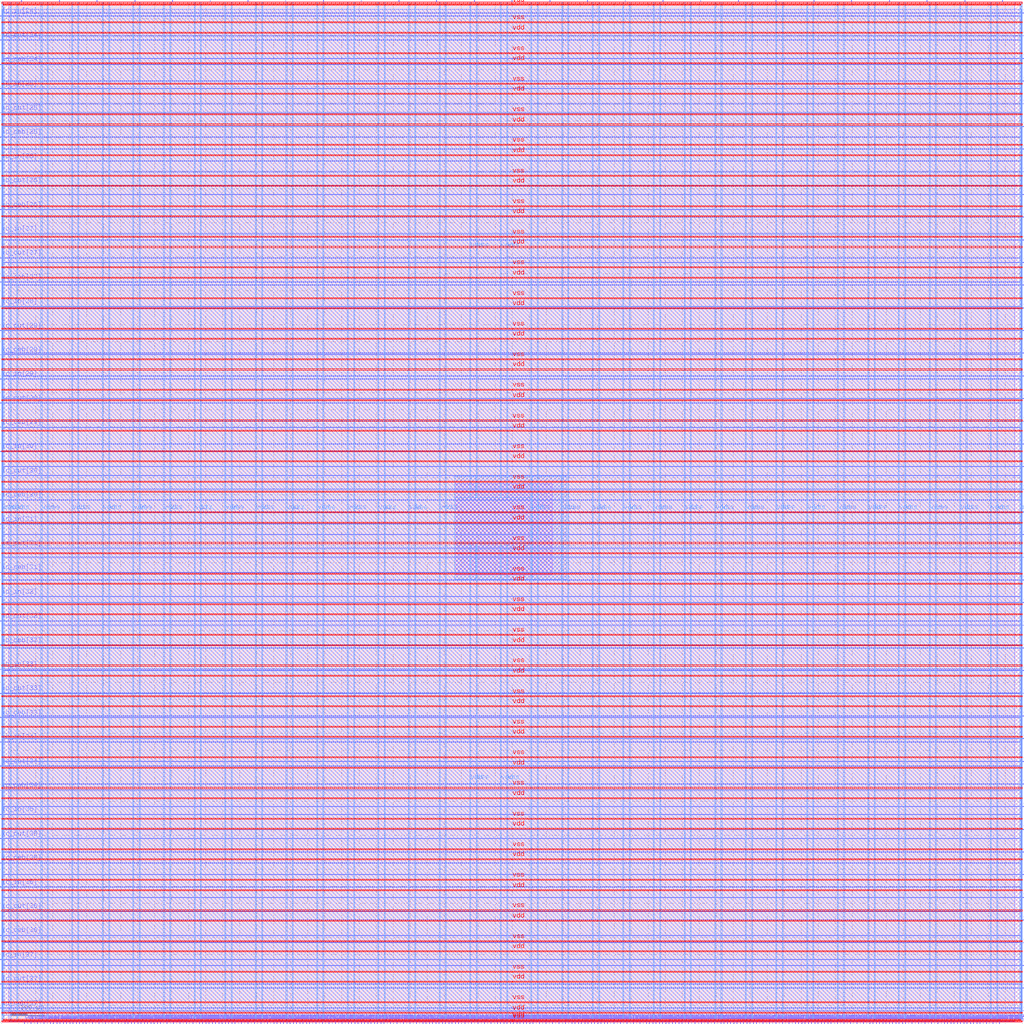
<source format=lef>
VERSION 5.7 ;
  NOWIREEXTENSIONATPIN ON ;
  DIVIDERCHAR "/" ;
  BUSBITCHARS "[]" ;
MACRO user_project_wrapper
  CLASS BLOCK ;
  FOREIGN user_project_wrapper ;
  ORIGIN 0.000 0.000 ;
  SIZE 3000.000 BY 3000.000 ;
  PIN io_in[0]
    DIRECTION INPUT ;
    USE SIGNAL ;
    PORT
      LAYER Metal3 ;
        RECT 2997.600 33.320 3004.800 34.440 ;
    END
  END io_in[0]
  PIN io_in[10]
    DIRECTION INPUT ;
    USE SIGNAL ;
    PORT
      LAYER Metal3 ;
        RECT 2997.600 2032.520 3004.800 2033.640 ;
    END
  END io_in[10]
  PIN io_in[11]
    DIRECTION INPUT ;
    USE SIGNAL ;
    PORT
      LAYER Metal3 ;
        RECT 2997.600 2232.440 3004.800 2233.560 ;
    END
  END io_in[11]
  PIN io_in[12]
    DIRECTION INPUT ;
    USE SIGNAL ;
    PORT
      LAYER Metal3 ;
        RECT 2997.600 2432.360 3004.800 2433.480 ;
    END
  END io_in[12]
  PIN io_in[13]
    DIRECTION INPUT ;
    USE SIGNAL ;
    PORT
      LAYER Metal3 ;
        RECT 2997.600 2632.280 3004.800 2633.400 ;
    END
  END io_in[13]
  PIN io_in[14]
    DIRECTION INPUT ;
    USE SIGNAL ;
    PORT
      LAYER Metal3 ;
        RECT 2997.600 2832.200 3004.800 2833.320 ;
    END
  END io_in[14]
  PIN io_in[15]
    DIRECTION INPUT ;
    USE SIGNAL ;
    PORT
      LAYER Metal2 ;
        RECT 2940.840 2997.600 2941.960 3004.800 ;
    END
  END io_in[15]
  PIN io_in[16]
    DIRECTION INPUT ;
    USE SIGNAL ;
    PORT
      LAYER Metal2 ;
        RECT 2608.200 2997.600 2609.320 3004.800 ;
    END
  END io_in[16]
  PIN io_in[17]
    DIRECTION INPUT ;
    USE SIGNAL ;
    PORT
      LAYER Metal2 ;
        RECT 2275.560 2997.600 2276.680 3004.800 ;
    END
  END io_in[17]
  PIN io_in[18]
    DIRECTION INPUT ;
    USE SIGNAL ;
    PORT
      LAYER Metal2 ;
        RECT 1942.920 2997.600 1944.040 3004.800 ;
    END
  END io_in[18]
  PIN io_in[19]
    DIRECTION INPUT ;
    USE SIGNAL ;
    PORT
      LAYER Metal2 ;
        RECT 1610.280 2997.600 1611.400 3004.800 ;
    END
  END io_in[19]
  PIN io_in[1]
    DIRECTION INPUT ;
    USE SIGNAL ;
    PORT
      LAYER Metal3 ;
        RECT 2997.600 233.240 3004.800 234.360 ;
    END
  END io_in[1]
  PIN io_in[20]
    DIRECTION INPUT ;
    USE SIGNAL ;
    PORT
      LAYER Metal2 ;
        RECT 1277.640 2997.600 1278.760 3004.800 ;
    END
  END io_in[20]
  PIN io_in[21]
    DIRECTION INPUT ;
    USE SIGNAL ;
    PORT
      LAYER Metal2 ;
        RECT 945.000 2997.600 946.120 3004.800 ;
    END
  END io_in[21]
  PIN io_in[22]
    DIRECTION INPUT ;
    USE SIGNAL ;
    PORT
      LAYER Metal2 ;
        RECT 612.360 2997.600 613.480 3004.800 ;
    END
  END io_in[22]
  PIN io_in[23]
    DIRECTION INPUT ;
    USE SIGNAL ;
    PORT
      LAYER Metal2 ;
        RECT 279.720 2997.600 280.840 3004.800 ;
    END
  END io_in[23]
  PIN io_in[24]
    DIRECTION INPUT ;
    USE SIGNAL ;
    PORT
      LAYER Metal3 ;
        RECT -4.800 2957.080 2.400 2958.200 ;
    END
  END io_in[24]
  PIN io_in[25]
    DIRECTION INPUT ;
    USE SIGNAL ;
    PORT
      LAYER Metal3 ;
        RECT -4.800 2743.720 2.400 2744.840 ;
    END
  END io_in[25]
  PIN io_in[26]
    DIRECTION INPUT ;
    USE SIGNAL ;
    PORT
      LAYER Metal3 ;
        RECT -4.800 2530.360 2.400 2531.480 ;
    END
  END io_in[26]
  PIN io_in[27]
    DIRECTION INPUT ;
    USE SIGNAL ;
    PORT
      LAYER Metal3 ;
        RECT -4.800 2317.000 2.400 2318.120 ;
    END
  END io_in[27]
  PIN io_in[28]
    DIRECTION INPUT ;
    USE SIGNAL ;
    PORT
      LAYER Metal3 ;
        RECT -4.800 2103.640 2.400 2104.760 ;
    END
  END io_in[28]
  PIN io_in[29]
    DIRECTION INPUT ;
    USE SIGNAL ;
    PORT
      LAYER Metal3 ;
        RECT -4.800 1890.280 2.400 1891.400 ;
    END
  END io_in[29]
  PIN io_in[2]
    DIRECTION INPUT ;
    USE SIGNAL ;
    PORT
      LAYER Metal3 ;
        RECT 2997.600 433.160 3004.800 434.280 ;
    END
  END io_in[2]
  PIN io_in[30]
    DIRECTION INPUT ;
    USE SIGNAL ;
    PORT
      LAYER Metal3 ;
        RECT -4.800 1676.920 2.400 1678.040 ;
    END
  END io_in[30]
  PIN io_in[31]
    DIRECTION INPUT ;
    USE SIGNAL ;
    PORT
      LAYER Metal3 ;
        RECT -4.800 1463.560 2.400 1464.680 ;
    END
  END io_in[31]
  PIN io_in[32]
    DIRECTION INPUT ;
    USE SIGNAL ;
    PORT
      LAYER Metal3 ;
        RECT -4.800 1250.200 2.400 1251.320 ;
    END
  END io_in[32]
  PIN io_in[33]
    DIRECTION INPUT ;
    USE SIGNAL ;
    PORT
      LAYER Metal3 ;
        RECT -4.800 1036.840 2.400 1037.960 ;
    END
  END io_in[33]
  PIN io_in[34]
    DIRECTION INPUT ;
    USE SIGNAL ;
    PORT
      LAYER Metal3 ;
        RECT -4.800 823.480 2.400 824.600 ;
    END
  END io_in[34]
  PIN io_in[35]
    DIRECTION INPUT ;
    USE SIGNAL ;
    PORT
      LAYER Metal3 ;
        RECT -4.800 610.120 2.400 611.240 ;
    END
  END io_in[35]
  PIN io_in[36]
    DIRECTION INPUT ;
    USE SIGNAL ;
    PORT
      LAYER Metal3 ;
        RECT -4.800 396.760 2.400 397.880 ;
    END
  END io_in[36]
  PIN io_in[37]
    DIRECTION INPUT ;
    USE SIGNAL ;
    PORT
      LAYER Metal3 ;
        RECT -4.800 183.400 2.400 184.520 ;
    END
  END io_in[37]
  PIN io_in[3]
    DIRECTION INPUT ;
    USE SIGNAL ;
    PORT
      LAYER Metal3 ;
        RECT 2997.600 633.080 3004.800 634.200 ;
    END
  END io_in[3]
  PIN io_in[4]
    DIRECTION INPUT ;
    USE SIGNAL ;
    PORT
      LAYER Metal3 ;
        RECT 2997.600 833.000 3004.800 834.120 ;
    END
  END io_in[4]
  PIN io_in[5]
    DIRECTION INPUT ;
    USE SIGNAL ;
    PORT
      LAYER Metal3 ;
        RECT 2997.600 1032.920 3004.800 1034.040 ;
    END
  END io_in[5]
  PIN io_in[6]
    DIRECTION INPUT ;
    USE SIGNAL ;
    PORT
      LAYER Metal3 ;
        RECT 2997.600 1232.840 3004.800 1233.960 ;
    END
  END io_in[6]
  PIN io_in[7]
    DIRECTION INPUT ;
    USE SIGNAL ;
    PORT
      LAYER Metal3 ;
        RECT 2997.600 1432.760 3004.800 1433.880 ;
    END
  END io_in[7]
  PIN io_in[8]
    DIRECTION INPUT ;
    USE SIGNAL ;
    PORT
      LAYER Metal3 ;
        RECT 2997.600 1632.680 3004.800 1633.800 ;
    END
  END io_in[8]
  PIN io_in[9]
    DIRECTION INPUT ;
    USE SIGNAL ;
    PORT
      LAYER Metal3 ;
        RECT 2997.600 1832.600 3004.800 1833.720 ;
    END
  END io_in[9]
  PIN io_oeb[0]
    DIRECTION OUTPUT TRISTATE ;
    USE SIGNAL ;
    PORT
      LAYER Metal3 ;
        RECT 2997.600 166.600 3004.800 167.720 ;
    END
  END io_oeb[0]
  PIN io_oeb[10]
    DIRECTION OUTPUT TRISTATE ;
    USE SIGNAL ;
    PORT
      LAYER Metal3 ;
        RECT 2997.600 2165.800 3004.800 2166.920 ;
    END
  END io_oeb[10]
  PIN io_oeb[11]
    DIRECTION OUTPUT TRISTATE ;
    USE SIGNAL ;
    PORT
      LAYER Metal3 ;
        RECT 2997.600 2365.720 3004.800 2366.840 ;
    END
  END io_oeb[11]
  PIN io_oeb[12]
    DIRECTION OUTPUT TRISTATE ;
    USE SIGNAL ;
    PORT
      LAYER Metal3 ;
        RECT 2997.600 2565.640 3004.800 2566.760 ;
    END
  END io_oeb[12]
  PIN io_oeb[13]
    DIRECTION OUTPUT TRISTATE ;
    USE SIGNAL ;
    PORT
      LAYER Metal3 ;
        RECT 2997.600 2765.560 3004.800 2766.680 ;
    END
  END io_oeb[13]
  PIN io_oeb[14]
    DIRECTION OUTPUT TRISTATE ;
    USE SIGNAL ;
    PORT
      LAYER Metal3 ;
        RECT 2997.600 2965.480 3004.800 2966.600 ;
    END
  END io_oeb[14]
  PIN io_oeb[15]
    DIRECTION OUTPUT TRISTATE ;
    USE SIGNAL ;
    PORT
      LAYER Metal2 ;
        RECT 2719.080 2997.600 2720.200 3004.800 ;
    END
  END io_oeb[15]
  PIN io_oeb[16]
    DIRECTION OUTPUT TRISTATE ;
    USE SIGNAL ;
    PORT
      LAYER Metal2 ;
        RECT 2386.440 2997.600 2387.560 3004.800 ;
    END
  END io_oeb[16]
  PIN io_oeb[17]
    DIRECTION OUTPUT TRISTATE ;
    USE SIGNAL ;
    PORT
      LAYER Metal2 ;
        RECT 2053.800 2997.600 2054.920 3004.800 ;
    END
  END io_oeb[17]
  PIN io_oeb[18]
    DIRECTION OUTPUT TRISTATE ;
    USE SIGNAL ;
    PORT
      LAYER Metal2 ;
        RECT 1721.160 2997.600 1722.280 3004.800 ;
    END
  END io_oeb[18]
  PIN io_oeb[19]
    DIRECTION OUTPUT TRISTATE ;
    USE SIGNAL ;
    PORT
      LAYER Metal2 ;
        RECT 1388.520 2997.600 1389.640 3004.800 ;
    END
  END io_oeb[19]
  PIN io_oeb[1]
    DIRECTION OUTPUT TRISTATE ;
    USE SIGNAL ;
    PORT
      LAYER Metal3 ;
        RECT 2997.600 366.520 3004.800 367.640 ;
    END
  END io_oeb[1]
  PIN io_oeb[20]
    DIRECTION OUTPUT TRISTATE ;
    USE SIGNAL ;
    PORT
      LAYER Metal2 ;
        RECT 1055.880 2997.600 1057.000 3004.800 ;
    END
  END io_oeb[20]
  PIN io_oeb[21]
    DIRECTION OUTPUT TRISTATE ;
    USE SIGNAL ;
    PORT
      LAYER Metal2 ;
        RECT 723.240 2997.600 724.360 3004.800 ;
    END
  END io_oeb[21]
  PIN io_oeb[22]
    DIRECTION OUTPUT TRISTATE ;
    USE SIGNAL ;
    PORT
      LAYER Metal2 ;
        RECT 390.600 2997.600 391.720 3004.800 ;
    END
  END io_oeb[22]
  PIN io_oeb[23]
    DIRECTION OUTPUT TRISTATE ;
    USE SIGNAL ;
    PORT
      LAYER Metal2 ;
        RECT 57.960 2997.600 59.080 3004.800 ;
    END
  END io_oeb[23]
  PIN io_oeb[24]
    DIRECTION OUTPUT TRISTATE ;
    USE SIGNAL ;
    PORT
      LAYER Metal3 ;
        RECT -4.800 2814.840 2.400 2815.960 ;
    END
  END io_oeb[24]
  PIN io_oeb[25]
    DIRECTION OUTPUT TRISTATE ;
    USE SIGNAL ;
    PORT
      LAYER Metal3 ;
        RECT -4.800 2601.480 2.400 2602.600 ;
    END
  END io_oeb[25]
  PIN io_oeb[26]
    DIRECTION OUTPUT TRISTATE ;
    USE SIGNAL ;
    PORT
      LAYER Metal3 ;
        RECT -4.800 2388.120 2.400 2389.240 ;
    END
  END io_oeb[26]
  PIN io_oeb[27]
    DIRECTION OUTPUT TRISTATE ;
    USE SIGNAL ;
    PORT
      LAYER Metal3 ;
        RECT -4.800 2174.760 2.400 2175.880 ;
    END
  END io_oeb[27]
  PIN io_oeb[28]
    DIRECTION OUTPUT TRISTATE ;
    USE SIGNAL ;
    PORT
      LAYER Metal3 ;
        RECT -4.800 1961.400 2.400 1962.520 ;
    END
  END io_oeb[28]
  PIN io_oeb[29]
    DIRECTION OUTPUT TRISTATE ;
    USE SIGNAL ;
    PORT
      LAYER Metal3 ;
        RECT -4.800 1748.040 2.400 1749.160 ;
    END
  END io_oeb[29]
  PIN io_oeb[2]
    DIRECTION OUTPUT TRISTATE ;
    USE SIGNAL ;
    PORT
      LAYER Metal3 ;
        RECT 2997.600 566.440 3004.800 567.560 ;
    END
  END io_oeb[2]
  PIN io_oeb[30]
    DIRECTION OUTPUT TRISTATE ;
    USE SIGNAL ;
    PORT
      LAYER Metal3 ;
        RECT -4.800 1534.680 2.400 1535.800 ;
    END
  END io_oeb[30]
  PIN io_oeb[31]
    DIRECTION OUTPUT TRISTATE ;
    USE SIGNAL ;
    PORT
      LAYER Metal3 ;
        RECT -4.800 1321.320 2.400 1322.440 ;
    END
  END io_oeb[31]
  PIN io_oeb[32]
    DIRECTION OUTPUT TRISTATE ;
    USE SIGNAL ;
    PORT
      LAYER Metal3 ;
        RECT -4.800 1107.960 2.400 1109.080 ;
    END
  END io_oeb[32]
  PIN io_oeb[33]
    DIRECTION OUTPUT TRISTATE ;
    USE SIGNAL ;
    PORT
      LAYER Metal3 ;
        RECT -4.800 894.600 2.400 895.720 ;
    END
  END io_oeb[33]
  PIN io_oeb[34]
    DIRECTION OUTPUT TRISTATE ;
    USE SIGNAL ;
    PORT
      LAYER Metal3 ;
        RECT -4.800 681.240 2.400 682.360 ;
    END
  END io_oeb[34]
  PIN io_oeb[35]
    DIRECTION OUTPUT TRISTATE ;
    USE SIGNAL ;
    PORT
      LAYER Metal3 ;
        RECT -4.800 467.880 2.400 469.000 ;
    END
  END io_oeb[35]
  PIN io_oeb[36]
    DIRECTION OUTPUT TRISTATE ;
    USE SIGNAL ;
    PORT
      LAYER Metal3 ;
        RECT -4.800 254.520 2.400 255.640 ;
    END
  END io_oeb[36]
  PIN io_oeb[37]
    DIRECTION OUTPUT TRISTATE ;
    USE SIGNAL ;
    PORT
      LAYER Metal3 ;
        RECT -4.800 41.160 2.400 42.280 ;
    END
  END io_oeb[37]
  PIN io_oeb[3]
    DIRECTION OUTPUT TRISTATE ;
    USE SIGNAL ;
    PORT
      LAYER Metal3 ;
        RECT 2997.600 766.360 3004.800 767.480 ;
    END
  END io_oeb[3]
  PIN io_oeb[4]
    DIRECTION OUTPUT TRISTATE ;
    USE SIGNAL ;
    PORT
      LAYER Metal3 ;
        RECT 2997.600 966.280 3004.800 967.400 ;
    END
  END io_oeb[4]
  PIN io_oeb[5]
    DIRECTION OUTPUT TRISTATE ;
    USE SIGNAL ;
    PORT
      LAYER Metal3 ;
        RECT 2997.600 1166.200 3004.800 1167.320 ;
    END
  END io_oeb[5]
  PIN io_oeb[6]
    DIRECTION OUTPUT TRISTATE ;
    USE SIGNAL ;
    PORT
      LAYER Metal3 ;
        RECT 2997.600 1366.120 3004.800 1367.240 ;
    END
  END io_oeb[6]
  PIN io_oeb[7]
    DIRECTION OUTPUT TRISTATE ;
    USE SIGNAL ;
    PORT
      LAYER Metal3 ;
        RECT 2997.600 1566.040 3004.800 1567.160 ;
    END
  END io_oeb[7]
  PIN io_oeb[8]
    DIRECTION OUTPUT TRISTATE ;
    USE SIGNAL ;
    PORT
      LAYER Metal3 ;
        RECT 2997.600 1765.960 3004.800 1767.080 ;
    END
  END io_oeb[8]
  PIN io_oeb[9]
    DIRECTION OUTPUT TRISTATE ;
    USE SIGNAL ;
    PORT
      LAYER Metal3 ;
        RECT 2997.600 1965.880 3004.800 1967.000 ;
    END
  END io_oeb[9]
  PIN io_out[0]
    DIRECTION OUTPUT TRISTATE ;
    USE SIGNAL ;
    PORT
      LAYER Metal3 ;
        RECT 2997.600 99.960 3004.800 101.080 ;
    END
  END io_out[0]
  PIN io_out[10]
    DIRECTION OUTPUT TRISTATE ;
    USE SIGNAL ;
    PORT
      LAYER Metal3 ;
        RECT 2997.600 2099.160 3004.800 2100.280 ;
    END
  END io_out[10]
  PIN io_out[11]
    DIRECTION OUTPUT TRISTATE ;
    USE SIGNAL ;
    PORT
      LAYER Metal3 ;
        RECT 2997.600 2299.080 3004.800 2300.200 ;
    END
  END io_out[11]
  PIN io_out[12]
    DIRECTION OUTPUT TRISTATE ;
    USE SIGNAL ;
    PORT
      LAYER Metal3 ;
        RECT 2997.600 2499.000 3004.800 2500.120 ;
    END
  END io_out[12]
  PIN io_out[13]
    DIRECTION OUTPUT TRISTATE ;
    USE SIGNAL ;
    PORT
      LAYER Metal3 ;
        RECT 2997.600 2698.920 3004.800 2700.040 ;
    END
  END io_out[13]
  PIN io_out[14]
    DIRECTION OUTPUT TRISTATE ;
    USE SIGNAL ;
    PORT
      LAYER Metal3 ;
        RECT 2997.600 2898.840 3004.800 2899.960 ;
    END
  END io_out[14]
  PIN io_out[15]
    DIRECTION OUTPUT TRISTATE ;
    USE SIGNAL ;
    PORT
      LAYER Metal2 ;
        RECT 2829.960 2997.600 2831.080 3004.800 ;
    END
  END io_out[15]
  PIN io_out[16]
    DIRECTION OUTPUT TRISTATE ;
    USE SIGNAL ;
    PORT
      LAYER Metal2 ;
        RECT 2497.320 2997.600 2498.440 3004.800 ;
    END
  END io_out[16]
  PIN io_out[17]
    DIRECTION OUTPUT TRISTATE ;
    USE SIGNAL ;
    PORT
      LAYER Metal2 ;
        RECT 2164.680 2997.600 2165.800 3004.800 ;
    END
  END io_out[17]
  PIN io_out[18]
    DIRECTION OUTPUT TRISTATE ;
    USE SIGNAL ;
    PORT
      LAYER Metal2 ;
        RECT 1832.040 2997.600 1833.160 3004.800 ;
    END
  END io_out[18]
  PIN io_out[19]
    DIRECTION OUTPUT TRISTATE ;
    USE SIGNAL ;
    PORT
      LAYER Metal2 ;
        RECT 1499.400 2997.600 1500.520 3004.800 ;
    END
  END io_out[19]
  PIN io_out[1]
    DIRECTION OUTPUT TRISTATE ;
    USE SIGNAL ;
    PORT
      LAYER Metal3 ;
        RECT 2997.600 299.880 3004.800 301.000 ;
    END
  END io_out[1]
  PIN io_out[20]
    DIRECTION OUTPUT TRISTATE ;
    USE SIGNAL ;
    PORT
      LAYER Metal2 ;
        RECT 1166.760 2997.600 1167.880 3004.800 ;
    END
  END io_out[20]
  PIN io_out[21]
    DIRECTION OUTPUT TRISTATE ;
    USE SIGNAL ;
    PORT
      LAYER Metal2 ;
        RECT 834.120 2997.600 835.240 3004.800 ;
    END
  END io_out[21]
  PIN io_out[22]
    DIRECTION OUTPUT TRISTATE ;
    USE SIGNAL ;
    PORT
      LAYER Metal2 ;
        RECT 501.480 2997.600 502.600 3004.800 ;
    END
  END io_out[22]
  PIN io_out[23]
    DIRECTION OUTPUT TRISTATE ;
    USE SIGNAL ;
    PORT
      LAYER Metal2 ;
        RECT 168.840 2997.600 169.960 3004.800 ;
    END
  END io_out[23]
  PIN io_out[24]
    DIRECTION OUTPUT TRISTATE ;
    USE SIGNAL ;
    PORT
      LAYER Metal3 ;
        RECT -4.800 2885.960 2.400 2887.080 ;
    END
  END io_out[24]
  PIN io_out[25]
    DIRECTION OUTPUT TRISTATE ;
    USE SIGNAL ;
    PORT
      LAYER Metal3 ;
        RECT -4.800 2672.600 2.400 2673.720 ;
    END
  END io_out[25]
  PIN io_out[26]
    DIRECTION OUTPUT TRISTATE ;
    USE SIGNAL ;
    PORT
      LAYER Metal3 ;
        RECT -4.800 2459.240 2.400 2460.360 ;
    END
  END io_out[26]
  PIN io_out[27]
    DIRECTION OUTPUT TRISTATE ;
    USE SIGNAL ;
    PORT
      LAYER Metal3 ;
        RECT -4.800 2245.880 2.400 2247.000 ;
    END
  END io_out[27]
  PIN io_out[28]
    DIRECTION OUTPUT TRISTATE ;
    USE SIGNAL ;
    PORT
      LAYER Metal3 ;
        RECT -4.800 2032.520 2.400 2033.640 ;
    END
  END io_out[28]
  PIN io_out[29]
    DIRECTION OUTPUT TRISTATE ;
    USE SIGNAL ;
    PORT
      LAYER Metal3 ;
        RECT -4.800 1819.160 2.400 1820.280 ;
    END
  END io_out[29]
  PIN io_out[2]
    DIRECTION OUTPUT TRISTATE ;
    USE SIGNAL ;
    PORT
      LAYER Metal3 ;
        RECT 2997.600 499.800 3004.800 500.920 ;
    END
  END io_out[2]
  PIN io_out[30]
    DIRECTION OUTPUT TRISTATE ;
    USE SIGNAL ;
    PORT
      LAYER Metal3 ;
        RECT -4.800 1605.800 2.400 1606.920 ;
    END
  END io_out[30]
  PIN io_out[31]
    DIRECTION OUTPUT TRISTATE ;
    USE SIGNAL ;
    PORT
      LAYER Metal3 ;
        RECT -4.800 1392.440 2.400 1393.560 ;
    END
  END io_out[31]
  PIN io_out[32]
    DIRECTION OUTPUT TRISTATE ;
    USE SIGNAL ;
    PORT
      LAYER Metal3 ;
        RECT -4.800 1179.080 2.400 1180.200 ;
    END
  END io_out[32]
  PIN io_out[33]
    DIRECTION OUTPUT TRISTATE ;
    USE SIGNAL ;
    PORT
      LAYER Metal3 ;
        RECT -4.800 965.720 2.400 966.840 ;
    END
  END io_out[33]
  PIN io_out[34]
    DIRECTION OUTPUT TRISTATE ;
    USE SIGNAL ;
    PORT
      LAYER Metal3 ;
        RECT -4.800 752.360 2.400 753.480 ;
    END
  END io_out[34]
  PIN io_out[35]
    DIRECTION OUTPUT TRISTATE ;
    USE SIGNAL ;
    PORT
      LAYER Metal3 ;
        RECT -4.800 539.000 2.400 540.120 ;
    END
  END io_out[35]
  PIN io_out[36]
    DIRECTION OUTPUT TRISTATE ;
    USE SIGNAL ;
    PORT
      LAYER Metal3 ;
        RECT -4.800 325.640 2.400 326.760 ;
    END
  END io_out[36]
  PIN io_out[37]
    DIRECTION OUTPUT TRISTATE ;
    USE SIGNAL ;
    PORT
      LAYER Metal3 ;
        RECT -4.800 112.280 2.400 113.400 ;
    END
  END io_out[37]
  PIN io_out[3]
    DIRECTION OUTPUT TRISTATE ;
    USE SIGNAL ;
    PORT
      LAYER Metal3 ;
        RECT 2997.600 699.720 3004.800 700.840 ;
    END
  END io_out[3]
  PIN io_out[4]
    DIRECTION OUTPUT TRISTATE ;
    USE SIGNAL ;
    PORT
      LAYER Metal3 ;
        RECT 2997.600 899.640 3004.800 900.760 ;
    END
  END io_out[4]
  PIN io_out[5]
    DIRECTION OUTPUT TRISTATE ;
    USE SIGNAL ;
    PORT
      LAYER Metal3 ;
        RECT 2997.600 1099.560 3004.800 1100.680 ;
    END
  END io_out[5]
  PIN io_out[6]
    DIRECTION OUTPUT TRISTATE ;
    USE SIGNAL ;
    PORT
      LAYER Metal3 ;
        RECT 2997.600 1299.480 3004.800 1300.600 ;
    END
  END io_out[6]
  PIN io_out[7]
    DIRECTION OUTPUT TRISTATE ;
    USE SIGNAL ;
    PORT
      LAYER Metal3 ;
        RECT 2997.600 1499.400 3004.800 1500.520 ;
    END
  END io_out[7]
  PIN io_out[8]
    DIRECTION OUTPUT TRISTATE ;
    USE SIGNAL ;
    PORT
      LAYER Metal3 ;
        RECT 2997.600 1699.320 3004.800 1700.440 ;
    END
  END io_out[8]
  PIN io_out[9]
    DIRECTION OUTPUT TRISTATE ;
    USE SIGNAL ;
    PORT
      LAYER Metal3 ;
        RECT 2997.600 1899.240 3004.800 1900.360 ;
    END
  END io_out[9]
  PIN la_data_in[0]
    DIRECTION INPUT ;
    USE SIGNAL ;
    PORT
      LAYER Metal2 ;
        RECT 1075.480 -4.800 1076.600 2.400 ;
    END
  END la_data_in[0]
  PIN la_data_in[10]
    DIRECTION INPUT ;
    USE SIGNAL ;
    PORT
      LAYER Metal2 ;
        RECT 1361.080 -4.800 1362.200 2.400 ;
    END
  END la_data_in[10]
  PIN la_data_in[11]
    DIRECTION INPUT ;
    USE SIGNAL ;
    PORT
      LAYER Metal2 ;
        RECT 1389.640 -4.800 1390.760 2.400 ;
    END
  END la_data_in[11]
  PIN la_data_in[12]
    DIRECTION INPUT ;
    USE SIGNAL ;
    PORT
      LAYER Metal2 ;
        RECT 1418.200 -4.800 1419.320 2.400 ;
    END
  END la_data_in[12]
  PIN la_data_in[13]
    DIRECTION INPUT ;
    USE SIGNAL ;
    PORT
      LAYER Metal2 ;
        RECT 1446.760 -4.800 1447.880 2.400 ;
    END
  END la_data_in[13]
  PIN la_data_in[14]
    DIRECTION INPUT ;
    USE SIGNAL ;
    PORT
      LAYER Metal2 ;
        RECT 1475.320 -4.800 1476.440 2.400 ;
    END
  END la_data_in[14]
  PIN la_data_in[15]
    DIRECTION INPUT ;
    USE SIGNAL ;
    PORT
      LAYER Metal2 ;
        RECT 1503.880 -4.800 1505.000 2.400 ;
    END
  END la_data_in[15]
  PIN la_data_in[16]
    DIRECTION INPUT ;
    USE SIGNAL ;
    PORT
      LAYER Metal2 ;
        RECT 1532.440 -4.800 1533.560 2.400 ;
    END
  END la_data_in[16]
  PIN la_data_in[17]
    DIRECTION INPUT ;
    USE SIGNAL ;
    PORT
      LAYER Metal2 ;
        RECT 1561.000 -4.800 1562.120 2.400 ;
    END
  END la_data_in[17]
  PIN la_data_in[18]
    DIRECTION INPUT ;
    USE SIGNAL ;
    PORT
      LAYER Metal2 ;
        RECT 1589.560 -4.800 1590.680 2.400 ;
    END
  END la_data_in[18]
  PIN la_data_in[19]
    DIRECTION INPUT ;
    USE SIGNAL ;
    PORT
      LAYER Metal2 ;
        RECT 1618.120 -4.800 1619.240 2.400 ;
    END
  END la_data_in[19]
  PIN la_data_in[1]
    DIRECTION INPUT ;
    USE SIGNAL ;
    PORT
      LAYER Metal2 ;
        RECT 1104.040 -4.800 1105.160 2.400 ;
    END
  END la_data_in[1]
  PIN la_data_in[20]
    DIRECTION INPUT ;
    USE SIGNAL ;
    PORT
      LAYER Metal2 ;
        RECT 1646.680 -4.800 1647.800 2.400 ;
    END
  END la_data_in[20]
  PIN la_data_in[21]
    DIRECTION INPUT ;
    USE SIGNAL ;
    PORT
      LAYER Metal2 ;
        RECT 1675.240 -4.800 1676.360 2.400 ;
    END
  END la_data_in[21]
  PIN la_data_in[22]
    DIRECTION INPUT ;
    USE SIGNAL ;
    PORT
      LAYER Metal2 ;
        RECT 1703.800 -4.800 1704.920 2.400 ;
    END
  END la_data_in[22]
  PIN la_data_in[23]
    DIRECTION INPUT ;
    USE SIGNAL ;
    PORT
      LAYER Metal2 ;
        RECT 1732.360 -4.800 1733.480 2.400 ;
    END
  END la_data_in[23]
  PIN la_data_in[24]
    DIRECTION INPUT ;
    USE SIGNAL ;
    PORT
      LAYER Metal2 ;
        RECT 1760.920 -4.800 1762.040 2.400 ;
    END
  END la_data_in[24]
  PIN la_data_in[25]
    DIRECTION INPUT ;
    USE SIGNAL ;
    PORT
      LAYER Metal2 ;
        RECT 1789.480 -4.800 1790.600 2.400 ;
    END
  END la_data_in[25]
  PIN la_data_in[26]
    DIRECTION INPUT ;
    USE SIGNAL ;
    PORT
      LAYER Metal2 ;
        RECT 1818.040 -4.800 1819.160 2.400 ;
    END
  END la_data_in[26]
  PIN la_data_in[27]
    DIRECTION INPUT ;
    USE SIGNAL ;
    PORT
      LAYER Metal2 ;
        RECT 1846.600 -4.800 1847.720 2.400 ;
    END
  END la_data_in[27]
  PIN la_data_in[28]
    DIRECTION INPUT ;
    USE SIGNAL ;
    PORT
      LAYER Metal2 ;
        RECT 1875.160 -4.800 1876.280 2.400 ;
    END
  END la_data_in[28]
  PIN la_data_in[29]
    DIRECTION INPUT ;
    USE SIGNAL ;
    PORT
      LAYER Metal2 ;
        RECT 1903.720 -4.800 1904.840 2.400 ;
    END
  END la_data_in[29]
  PIN la_data_in[2]
    DIRECTION INPUT ;
    USE SIGNAL ;
    PORT
      LAYER Metal2 ;
        RECT 1132.600 -4.800 1133.720 2.400 ;
    END
  END la_data_in[2]
  PIN la_data_in[30]
    DIRECTION INPUT ;
    USE SIGNAL ;
    PORT
      LAYER Metal2 ;
        RECT 1932.280 -4.800 1933.400 2.400 ;
    END
  END la_data_in[30]
  PIN la_data_in[31]
    DIRECTION INPUT ;
    USE SIGNAL ;
    PORT
      LAYER Metal2 ;
        RECT 1960.840 -4.800 1961.960 2.400 ;
    END
  END la_data_in[31]
  PIN la_data_in[32]
    DIRECTION INPUT ;
    USE SIGNAL ;
    PORT
      LAYER Metal2 ;
        RECT 1989.400 -4.800 1990.520 2.400 ;
    END
  END la_data_in[32]
  PIN la_data_in[33]
    DIRECTION INPUT ;
    USE SIGNAL ;
    PORT
      LAYER Metal2 ;
        RECT 2017.960 -4.800 2019.080 2.400 ;
    END
  END la_data_in[33]
  PIN la_data_in[34]
    DIRECTION INPUT ;
    USE SIGNAL ;
    PORT
      LAYER Metal2 ;
        RECT 2046.520 -4.800 2047.640 2.400 ;
    END
  END la_data_in[34]
  PIN la_data_in[35]
    DIRECTION INPUT ;
    USE SIGNAL ;
    PORT
      LAYER Metal2 ;
        RECT 2075.080 -4.800 2076.200 2.400 ;
    END
  END la_data_in[35]
  PIN la_data_in[36]
    DIRECTION INPUT ;
    USE SIGNAL ;
    PORT
      LAYER Metal2 ;
        RECT 2103.640 -4.800 2104.760 2.400 ;
    END
  END la_data_in[36]
  PIN la_data_in[37]
    DIRECTION INPUT ;
    USE SIGNAL ;
    PORT
      LAYER Metal2 ;
        RECT 2132.200 -4.800 2133.320 2.400 ;
    END
  END la_data_in[37]
  PIN la_data_in[38]
    DIRECTION INPUT ;
    USE SIGNAL ;
    PORT
      LAYER Metal2 ;
        RECT 2160.760 -4.800 2161.880 2.400 ;
    END
  END la_data_in[38]
  PIN la_data_in[39]
    DIRECTION INPUT ;
    USE SIGNAL ;
    PORT
      LAYER Metal2 ;
        RECT 2189.320 -4.800 2190.440 2.400 ;
    END
  END la_data_in[39]
  PIN la_data_in[3]
    DIRECTION INPUT ;
    USE SIGNAL ;
    PORT
      LAYER Metal2 ;
        RECT 1161.160 -4.800 1162.280 2.400 ;
    END
  END la_data_in[3]
  PIN la_data_in[40]
    DIRECTION INPUT ;
    USE SIGNAL ;
    PORT
      LAYER Metal2 ;
        RECT 2217.880 -4.800 2219.000 2.400 ;
    END
  END la_data_in[40]
  PIN la_data_in[41]
    DIRECTION INPUT ;
    USE SIGNAL ;
    PORT
      LAYER Metal2 ;
        RECT 2246.440 -4.800 2247.560 2.400 ;
    END
  END la_data_in[41]
  PIN la_data_in[42]
    DIRECTION INPUT ;
    USE SIGNAL ;
    PORT
      LAYER Metal2 ;
        RECT 2275.000 -4.800 2276.120 2.400 ;
    END
  END la_data_in[42]
  PIN la_data_in[43]
    DIRECTION INPUT ;
    USE SIGNAL ;
    PORT
      LAYER Metal2 ;
        RECT 2303.560 -4.800 2304.680 2.400 ;
    END
  END la_data_in[43]
  PIN la_data_in[44]
    DIRECTION INPUT ;
    USE SIGNAL ;
    PORT
      LAYER Metal2 ;
        RECT 2332.120 -4.800 2333.240 2.400 ;
    END
  END la_data_in[44]
  PIN la_data_in[45]
    DIRECTION INPUT ;
    USE SIGNAL ;
    PORT
      LAYER Metal2 ;
        RECT 2360.680 -4.800 2361.800 2.400 ;
    END
  END la_data_in[45]
  PIN la_data_in[46]
    DIRECTION INPUT ;
    USE SIGNAL ;
    PORT
      LAYER Metal2 ;
        RECT 2389.240 -4.800 2390.360 2.400 ;
    END
  END la_data_in[46]
  PIN la_data_in[47]
    DIRECTION INPUT ;
    USE SIGNAL ;
    PORT
      LAYER Metal2 ;
        RECT 2417.800 -4.800 2418.920 2.400 ;
    END
  END la_data_in[47]
  PIN la_data_in[48]
    DIRECTION INPUT ;
    USE SIGNAL ;
    PORT
      LAYER Metal2 ;
        RECT 2446.360 -4.800 2447.480 2.400 ;
    END
  END la_data_in[48]
  PIN la_data_in[49]
    DIRECTION INPUT ;
    USE SIGNAL ;
    PORT
      LAYER Metal2 ;
        RECT 2474.920 -4.800 2476.040 2.400 ;
    END
  END la_data_in[49]
  PIN la_data_in[4]
    DIRECTION INPUT ;
    USE SIGNAL ;
    PORT
      LAYER Metal2 ;
        RECT 1189.720 -4.800 1190.840 2.400 ;
    END
  END la_data_in[4]
  PIN la_data_in[50]
    DIRECTION INPUT ;
    USE SIGNAL ;
    PORT
      LAYER Metal2 ;
        RECT 2503.480 -4.800 2504.600 2.400 ;
    END
  END la_data_in[50]
  PIN la_data_in[51]
    DIRECTION INPUT ;
    USE SIGNAL ;
    PORT
      LAYER Metal2 ;
        RECT 2532.040 -4.800 2533.160 2.400 ;
    END
  END la_data_in[51]
  PIN la_data_in[52]
    DIRECTION INPUT ;
    USE SIGNAL ;
    PORT
      LAYER Metal2 ;
        RECT 2560.600 -4.800 2561.720 2.400 ;
    END
  END la_data_in[52]
  PIN la_data_in[53]
    DIRECTION INPUT ;
    USE SIGNAL ;
    PORT
      LAYER Metal2 ;
        RECT 2589.160 -4.800 2590.280 2.400 ;
    END
  END la_data_in[53]
  PIN la_data_in[54]
    DIRECTION INPUT ;
    USE SIGNAL ;
    PORT
      LAYER Metal2 ;
        RECT 2617.720 -4.800 2618.840 2.400 ;
    END
  END la_data_in[54]
  PIN la_data_in[55]
    DIRECTION INPUT ;
    USE SIGNAL ;
    PORT
      LAYER Metal2 ;
        RECT 2646.280 -4.800 2647.400 2.400 ;
    END
  END la_data_in[55]
  PIN la_data_in[56]
    DIRECTION INPUT ;
    USE SIGNAL ;
    PORT
      LAYER Metal2 ;
        RECT 2674.840 -4.800 2675.960 2.400 ;
    END
  END la_data_in[56]
  PIN la_data_in[57]
    DIRECTION INPUT ;
    USE SIGNAL ;
    PORT
      LAYER Metal2 ;
        RECT 2703.400 -4.800 2704.520 2.400 ;
    END
  END la_data_in[57]
  PIN la_data_in[58]
    DIRECTION INPUT ;
    USE SIGNAL ;
    PORT
      LAYER Metal2 ;
        RECT 2731.960 -4.800 2733.080 2.400 ;
    END
  END la_data_in[58]
  PIN la_data_in[59]
    DIRECTION INPUT ;
    USE SIGNAL ;
    PORT
      LAYER Metal2 ;
        RECT 2760.520 -4.800 2761.640 2.400 ;
    END
  END la_data_in[59]
  PIN la_data_in[5]
    DIRECTION INPUT ;
    USE SIGNAL ;
    PORT
      LAYER Metal2 ;
        RECT 1218.280 -4.800 1219.400 2.400 ;
    END
  END la_data_in[5]
  PIN la_data_in[60]
    DIRECTION INPUT ;
    USE SIGNAL ;
    PORT
      LAYER Metal2 ;
        RECT 2789.080 -4.800 2790.200 2.400 ;
    END
  END la_data_in[60]
  PIN la_data_in[61]
    DIRECTION INPUT ;
    USE SIGNAL ;
    PORT
      LAYER Metal2 ;
        RECT 2817.640 -4.800 2818.760 2.400 ;
    END
  END la_data_in[61]
  PIN la_data_in[62]
    DIRECTION INPUT ;
    USE SIGNAL ;
    PORT
      LAYER Metal2 ;
        RECT 2846.200 -4.800 2847.320 2.400 ;
    END
  END la_data_in[62]
  PIN la_data_in[63]
    DIRECTION INPUT ;
    USE SIGNAL ;
    PORT
      LAYER Metal2 ;
        RECT 2874.760 -4.800 2875.880 2.400 ;
    END
  END la_data_in[63]
  PIN la_data_in[6]
    DIRECTION INPUT ;
    USE SIGNAL ;
    PORT
      LAYER Metal2 ;
        RECT 1246.840 -4.800 1247.960 2.400 ;
    END
  END la_data_in[6]
  PIN la_data_in[7]
    DIRECTION INPUT ;
    USE SIGNAL ;
    PORT
      LAYER Metal2 ;
        RECT 1275.400 -4.800 1276.520 2.400 ;
    END
  END la_data_in[7]
  PIN la_data_in[8]
    DIRECTION INPUT ;
    USE SIGNAL ;
    PORT
      LAYER Metal2 ;
        RECT 1303.960 -4.800 1305.080 2.400 ;
    END
  END la_data_in[8]
  PIN la_data_in[9]
    DIRECTION INPUT ;
    USE SIGNAL ;
    PORT
      LAYER Metal2 ;
        RECT 1332.520 -4.800 1333.640 2.400 ;
    END
  END la_data_in[9]
  PIN la_data_out[0]
    DIRECTION OUTPUT TRISTATE ;
    USE SIGNAL ;
    PORT
      LAYER Metal2 ;
        RECT 1085.000 -4.800 1086.120 2.400 ;
    END
  END la_data_out[0]
  PIN la_data_out[10]
    DIRECTION OUTPUT TRISTATE ;
    USE SIGNAL ;
    PORT
      LAYER Metal2 ;
        RECT 1370.600 -4.800 1371.720 2.400 ;
    END
  END la_data_out[10]
  PIN la_data_out[11]
    DIRECTION OUTPUT TRISTATE ;
    USE SIGNAL ;
    PORT
      LAYER Metal2 ;
        RECT 1399.160 -4.800 1400.280 2.400 ;
    END
  END la_data_out[11]
  PIN la_data_out[12]
    DIRECTION OUTPUT TRISTATE ;
    USE SIGNAL ;
    PORT
      LAYER Metal2 ;
        RECT 1427.720 -4.800 1428.840 2.400 ;
    END
  END la_data_out[12]
  PIN la_data_out[13]
    DIRECTION OUTPUT TRISTATE ;
    USE SIGNAL ;
    PORT
      LAYER Metal2 ;
        RECT 1456.280 -4.800 1457.400 2.400 ;
    END
  END la_data_out[13]
  PIN la_data_out[14]
    DIRECTION OUTPUT TRISTATE ;
    USE SIGNAL ;
    PORT
      LAYER Metal2 ;
        RECT 1484.840 -4.800 1485.960 2.400 ;
    END
  END la_data_out[14]
  PIN la_data_out[15]
    DIRECTION OUTPUT TRISTATE ;
    USE SIGNAL ;
    PORT
      LAYER Metal2 ;
        RECT 1513.400 -4.800 1514.520 2.400 ;
    END
  END la_data_out[15]
  PIN la_data_out[16]
    DIRECTION OUTPUT TRISTATE ;
    USE SIGNAL ;
    PORT
      LAYER Metal2 ;
        RECT 1541.960 -4.800 1543.080 2.400 ;
    END
  END la_data_out[16]
  PIN la_data_out[17]
    DIRECTION OUTPUT TRISTATE ;
    USE SIGNAL ;
    PORT
      LAYER Metal2 ;
        RECT 1570.520 -4.800 1571.640 2.400 ;
    END
  END la_data_out[17]
  PIN la_data_out[18]
    DIRECTION OUTPUT TRISTATE ;
    USE SIGNAL ;
    PORT
      LAYER Metal2 ;
        RECT 1599.080 -4.800 1600.200 2.400 ;
    END
  END la_data_out[18]
  PIN la_data_out[19]
    DIRECTION OUTPUT TRISTATE ;
    USE SIGNAL ;
    PORT
      LAYER Metal2 ;
        RECT 1627.640 -4.800 1628.760 2.400 ;
    END
  END la_data_out[19]
  PIN la_data_out[1]
    DIRECTION OUTPUT TRISTATE ;
    USE SIGNAL ;
    PORT
      LAYER Metal2 ;
        RECT 1113.560 -4.800 1114.680 2.400 ;
    END
  END la_data_out[1]
  PIN la_data_out[20]
    DIRECTION OUTPUT TRISTATE ;
    USE SIGNAL ;
    PORT
      LAYER Metal2 ;
        RECT 1656.200 -4.800 1657.320 2.400 ;
    END
  END la_data_out[20]
  PIN la_data_out[21]
    DIRECTION OUTPUT TRISTATE ;
    USE SIGNAL ;
    PORT
      LAYER Metal2 ;
        RECT 1684.760 -4.800 1685.880 2.400 ;
    END
  END la_data_out[21]
  PIN la_data_out[22]
    DIRECTION OUTPUT TRISTATE ;
    USE SIGNAL ;
    PORT
      LAYER Metal2 ;
        RECT 1713.320 -4.800 1714.440 2.400 ;
    END
  END la_data_out[22]
  PIN la_data_out[23]
    DIRECTION OUTPUT TRISTATE ;
    USE SIGNAL ;
    PORT
      LAYER Metal2 ;
        RECT 1741.880 -4.800 1743.000 2.400 ;
    END
  END la_data_out[23]
  PIN la_data_out[24]
    DIRECTION OUTPUT TRISTATE ;
    USE SIGNAL ;
    PORT
      LAYER Metal2 ;
        RECT 1770.440 -4.800 1771.560 2.400 ;
    END
  END la_data_out[24]
  PIN la_data_out[25]
    DIRECTION OUTPUT TRISTATE ;
    USE SIGNAL ;
    PORT
      LAYER Metal2 ;
        RECT 1799.000 -4.800 1800.120 2.400 ;
    END
  END la_data_out[25]
  PIN la_data_out[26]
    DIRECTION OUTPUT TRISTATE ;
    USE SIGNAL ;
    PORT
      LAYER Metal2 ;
        RECT 1827.560 -4.800 1828.680 2.400 ;
    END
  END la_data_out[26]
  PIN la_data_out[27]
    DIRECTION OUTPUT TRISTATE ;
    USE SIGNAL ;
    PORT
      LAYER Metal2 ;
        RECT 1856.120 -4.800 1857.240 2.400 ;
    END
  END la_data_out[27]
  PIN la_data_out[28]
    DIRECTION OUTPUT TRISTATE ;
    USE SIGNAL ;
    PORT
      LAYER Metal2 ;
        RECT 1884.680 -4.800 1885.800 2.400 ;
    END
  END la_data_out[28]
  PIN la_data_out[29]
    DIRECTION OUTPUT TRISTATE ;
    USE SIGNAL ;
    PORT
      LAYER Metal2 ;
        RECT 1913.240 -4.800 1914.360 2.400 ;
    END
  END la_data_out[29]
  PIN la_data_out[2]
    DIRECTION OUTPUT TRISTATE ;
    USE SIGNAL ;
    PORT
      LAYER Metal2 ;
        RECT 1142.120 -4.800 1143.240 2.400 ;
    END
  END la_data_out[2]
  PIN la_data_out[30]
    DIRECTION OUTPUT TRISTATE ;
    USE SIGNAL ;
    PORT
      LAYER Metal2 ;
        RECT 1941.800 -4.800 1942.920 2.400 ;
    END
  END la_data_out[30]
  PIN la_data_out[31]
    DIRECTION OUTPUT TRISTATE ;
    USE SIGNAL ;
    PORT
      LAYER Metal2 ;
        RECT 1970.360 -4.800 1971.480 2.400 ;
    END
  END la_data_out[31]
  PIN la_data_out[32]
    DIRECTION OUTPUT TRISTATE ;
    USE SIGNAL ;
    PORT
      LAYER Metal2 ;
        RECT 1998.920 -4.800 2000.040 2.400 ;
    END
  END la_data_out[32]
  PIN la_data_out[33]
    DIRECTION OUTPUT TRISTATE ;
    USE SIGNAL ;
    PORT
      LAYER Metal2 ;
        RECT 2027.480 -4.800 2028.600 2.400 ;
    END
  END la_data_out[33]
  PIN la_data_out[34]
    DIRECTION OUTPUT TRISTATE ;
    USE SIGNAL ;
    PORT
      LAYER Metal2 ;
        RECT 2056.040 -4.800 2057.160 2.400 ;
    END
  END la_data_out[34]
  PIN la_data_out[35]
    DIRECTION OUTPUT TRISTATE ;
    USE SIGNAL ;
    PORT
      LAYER Metal2 ;
        RECT 2084.600 -4.800 2085.720 2.400 ;
    END
  END la_data_out[35]
  PIN la_data_out[36]
    DIRECTION OUTPUT TRISTATE ;
    USE SIGNAL ;
    PORT
      LAYER Metal2 ;
        RECT 2113.160 -4.800 2114.280 2.400 ;
    END
  END la_data_out[36]
  PIN la_data_out[37]
    DIRECTION OUTPUT TRISTATE ;
    USE SIGNAL ;
    PORT
      LAYER Metal2 ;
        RECT 2141.720 -4.800 2142.840 2.400 ;
    END
  END la_data_out[37]
  PIN la_data_out[38]
    DIRECTION OUTPUT TRISTATE ;
    USE SIGNAL ;
    PORT
      LAYER Metal2 ;
        RECT 2170.280 -4.800 2171.400 2.400 ;
    END
  END la_data_out[38]
  PIN la_data_out[39]
    DIRECTION OUTPUT TRISTATE ;
    USE SIGNAL ;
    PORT
      LAYER Metal2 ;
        RECT 2198.840 -4.800 2199.960 2.400 ;
    END
  END la_data_out[39]
  PIN la_data_out[3]
    DIRECTION OUTPUT TRISTATE ;
    USE SIGNAL ;
    PORT
      LAYER Metal2 ;
        RECT 1170.680 -4.800 1171.800 2.400 ;
    END
  END la_data_out[3]
  PIN la_data_out[40]
    DIRECTION OUTPUT TRISTATE ;
    USE SIGNAL ;
    PORT
      LAYER Metal2 ;
        RECT 2227.400 -4.800 2228.520 2.400 ;
    END
  END la_data_out[40]
  PIN la_data_out[41]
    DIRECTION OUTPUT TRISTATE ;
    USE SIGNAL ;
    PORT
      LAYER Metal2 ;
        RECT 2255.960 -4.800 2257.080 2.400 ;
    END
  END la_data_out[41]
  PIN la_data_out[42]
    DIRECTION OUTPUT TRISTATE ;
    USE SIGNAL ;
    PORT
      LAYER Metal2 ;
        RECT 2284.520 -4.800 2285.640 2.400 ;
    END
  END la_data_out[42]
  PIN la_data_out[43]
    DIRECTION OUTPUT TRISTATE ;
    USE SIGNAL ;
    PORT
      LAYER Metal2 ;
        RECT 2313.080 -4.800 2314.200 2.400 ;
    END
  END la_data_out[43]
  PIN la_data_out[44]
    DIRECTION OUTPUT TRISTATE ;
    USE SIGNAL ;
    PORT
      LAYER Metal2 ;
        RECT 2341.640 -4.800 2342.760 2.400 ;
    END
  END la_data_out[44]
  PIN la_data_out[45]
    DIRECTION OUTPUT TRISTATE ;
    USE SIGNAL ;
    PORT
      LAYER Metal2 ;
        RECT 2370.200 -4.800 2371.320 2.400 ;
    END
  END la_data_out[45]
  PIN la_data_out[46]
    DIRECTION OUTPUT TRISTATE ;
    USE SIGNAL ;
    PORT
      LAYER Metal2 ;
        RECT 2398.760 -4.800 2399.880 2.400 ;
    END
  END la_data_out[46]
  PIN la_data_out[47]
    DIRECTION OUTPUT TRISTATE ;
    USE SIGNAL ;
    PORT
      LAYER Metal2 ;
        RECT 2427.320 -4.800 2428.440 2.400 ;
    END
  END la_data_out[47]
  PIN la_data_out[48]
    DIRECTION OUTPUT TRISTATE ;
    USE SIGNAL ;
    PORT
      LAYER Metal2 ;
        RECT 2455.880 -4.800 2457.000 2.400 ;
    END
  END la_data_out[48]
  PIN la_data_out[49]
    DIRECTION OUTPUT TRISTATE ;
    USE SIGNAL ;
    PORT
      LAYER Metal2 ;
        RECT 2484.440 -4.800 2485.560 2.400 ;
    END
  END la_data_out[49]
  PIN la_data_out[4]
    DIRECTION OUTPUT TRISTATE ;
    USE SIGNAL ;
    PORT
      LAYER Metal2 ;
        RECT 1199.240 -4.800 1200.360 2.400 ;
    END
  END la_data_out[4]
  PIN la_data_out[50]
    DIRECTION OUTPUT TRISTATE ;
    USE SIGNAL ;
    PORT
      LAYER Metal2 ;
        RECT 2513.000 -4.800 2514.120 2.400 ;
    END
  END la_data_out[50]
  PIN la_data_out[51]
    DIRECTION OUTPUT TRISTATE ;
    USE SIGNAL ;
    PORT
      LAYER Metal2 ;
        RECT 2541.560 -4.800 2542.680 2.400 ;
    END
  END la_data_out[51]
  PIN la_data_out[52]
    DIRECTION OUTPUT TRISTATE ;
    USE SIGNAL ;
    PORT
      LAYER Metal2 ;
        RECT 2570.120 -4.800 2571.240 2.400 ;
    END
  END la_data_out[52]
  PIN la_data_out[53]
    DIRECTION OUTPUT TRISTATE ;
    USE SIGNAL ;
    PORT
      LAYER Metal2 ;
        RECT 2598.680 -4.800 2599.800 2.400 ;
    END
  END la_data_out[53]
  PIN la_data_out[54]
    DIRECTION OUTPUT TRISTATE ;
    USE SIGNAL ;
    PORT
      LAYER Metal2 ;
        RECT 2627.240 -4.800 2628.360 2.400 ;
    END
  END la_data_out[54]
  PIN la_data_out[55]
    DIRECTION OUTPUT TRISTATE ;
    USE SIGNAL ;
    PORT
      LAYER Metal2 ;
        RECT 2655.800 -4.800 2656.920 2.400 ;
    END
  END la_data_out[55]
  PIN la_data_out[56]
    DIRECTION OUTPUT TRISTATE ;
    USE SIGNAL ;
    PORT
      LAYER Metal2 ;
        RECT 2684.360 -4.800 2685.480 2.400 ;
    END
  END la_data_out[56]
  PIN la_data_out[57]
    DIRECTION OUTPUT TRISTATE ;
    USE SIGNAL ;
    PORT
      LAYER Metal2 ;
        RECT 2712.920 -4.800 2714.040 2.400 ;
    END
  END la_data_out[57]
  PIN la_data_out[58]
    DIRECTION OUTPUT TRISTATE ;
    USE SIGNAL ;
    PORT
      LAYER Metal2 ;
        RECT 2741.480 -4.800 2742.600 2.400 ;
    END
  END la_data_out[58]
  PIN la_data_out[59]
    DIRECTION OUTPUT TRISTATE ;
    USE SIGNAL ;
    PORT
      LAYER Metal2 ;
        RECT 2770.040 -4.800 2771.160 2.400 ;
    END
  END la_data_out[59]
  PIN la_data_out[5]
    DIRECTION OUTPUT TRISTATE ;
    USE SIGNAL ;
    PORT
      LAYER Metal2 ;
        RECT 1227.800 -4.800 1228.920 2.400 ;
    END
  END la_data_out[5]
  PIN la_data_out[60]
    DIRECTION OUTPUT TRISTATE ;
    USE SIGNAL ;
    PORT
      LAYER Metal2 ;
        RECT 2798.600 -4.800 2799.720 2.400 ;
    END
  END la_data_out[60]
  PIN la_data_out[61]
    DIRECTION OUTPUT TRISTATE ;
    USE SIGNAL ;
    PORT
      LAYER Metal2 ;
        RECT 2827.160 -4.800 2828.280 2.400 ;
    END
  END la_data_out[61]
  PIN la_data_out[62]
    DIRECTION OUTPUT TRISTATE ;
    USE SIGNAL ;
    PORT
      LAYER Metal2 ;
        RECT 2855.720 -4.800 2856.840 2.400 ;
    END
  END la_data_out[62]
  PIN la_data_out[63]
    DIRECTION OUTPUT TRISTATE ;
    USE SIGNAL ;
    PORT
      LAYER Metal2 ;
        RECT 2884.280 -4.800 2885.400 2.400 ;
    END
  END la_data_out[63]
  PIN la_data_out[6]
    DIRECTION OUTPUT TRISTATE ;
    USE SIGNAL ;
    PORT
      LAYER Metal2 ;
        RECT 1256.360 -4.800 1257.480 2.400 ;
    END
  END la_data_out[6]
  PIN la_data_out[7]
    DIRECTION OUTPUT TRISTATE ;
    USE SIGNAL ;
    PORT
      LAYER Metal2 ;
        RECT 1284.920 -4.800 1286.040 2.400 ;
    END
  END la_data_out[7]
  PIN la_data_out[8]
    DIRECTION OUTPUT TRISTATE ;
    USE SIGNAL ;
    PORT
      LAYER Metal2 ;
        RECT 1313.480 -4.800 1314.600 2.400 ;
    END
  END la_data_out[8]
  PIN la_data_out[9]
    DIRECTION OUTPUT TRISTATE ;
    USE SIGNAL ;
    PORT
      LAYER Metal2 ;
        RECT 1342.040 -4.800 1343.160 2.400 ;
    END
  END la_data_out[9]
  PIN la_oenb[0]
    DIRECTION INPUT ;
    USE SIGNAL ;
    PORT
      LAYER Metal2 ;
        RECT 1094.520 -4.800 1095.640 2.400 ;
    END
  END la_oenb[0]
  PIN la_oenb[10]
    DIRECTION INPUT ;
    USE SIGNAL ;
    PORT
      LAYER Metal2 ;
        RECT 1380.120 -4.800 1381.240 2.400 ;
    END
  END la_oenb[10]
  PIN la_oenb[11]
    DIRECTION INPUT ;
    USE SIGNAL ;
    PORT
      LAYER Metal2 ;
        RECT 1408.680 -4.800 1409.800 2.400 ;
    END
  END la_oenb[11]
  PIN la_oenb[12]
    DIRECTION INPUT ;
    USE SIGNAL ;
    PORT
      LAYER Metal2 ;
        RECT 1437.240 -4.800 1438.360 2.400 ;
    END
  END la_oenb[12]
  PIN la_oenb[13]
    DIRECTION INPUT ;
    USE SIGNAL ;
    PORT
      LAYER Metal2 ;
        RECT 1465.800 -4.800 1466.920 2.400 ;
    END
  END la_oenb[13]
  PIN la_oenb[14]
    DIRECTION INPUT ;
    USE SIGNAL ;
    PORT
      LAYER Metal2 ;
        RECT 1494.360 -4.800 1495.480 2.400 ;
    END
  END la_oenb[14]
  PIN la_oenb[15]
    DIRECTION INPUT ;
    USE SIGNAL ;
    PORT
      LAYER Metal2 ;
        RECT 1522.920 -4.800 1524.040 2.400 ;
    END
  END la_oenb[15]
  PIN la_oenb[16]
    DIRECTION INPUT ;
    USE SIGNAL ;
    PORT
      LAYER Metal2 ;
        RECT 1551.480 -4.800 1552.600 2.400 ;
    END
  END la_oenb[16]
  PIN la_oenb[17]
    DIRECTION INPUT ;
    USE SIGNAL ;
    PORT
      LAYER Metal2 ;
        RECT 1580.040 -4.800 1581.160 2.400 ;
    END
  END la_oenb[17]
  PIN la_oenb[18]
    DIRECTION INPUT ;
    USE SIGNAL ;
    PORT
      LAYER Metal2 ;
        RECT 1608.600 -4.800 1609.720 2.400 ;
    END
  END la_oenb[18]
  PIN la_oenb[19]
    DIRECTION INPUT ;
    USE SIGNAL ;
    PORT
      LAYER Metal2 ;
        RECT 1637.160 -4.800 1638.280 2.400 ;
    END
  END la_oenb[19]
  PIN la_oenb[1]
    DIRECTION INPUT ;
    USE SIGNAL ;
    PORT
      LAYER Metal2 ;
        RECT 1123.080 -4.800 1124.200 2.400 ;
    END
  END la_oenb[1]
  PIN la_oenb[20]
    DIRECTION INPUT ;
    USE SIGNAL ;
    PORT
      LAYER Metal2 ;
        RECT 1665.720 -4.800 1666.840 2.400 ;
    END
  END la_oenb[20]
  PIN la_oenb[21]
    DIRECTION INPUT ;
    USE SIGNAL ;
    PORT
      LAYER Metal2 ;
        RECT 1694.280 -4.800 1695.400 2.400 ;
    END
  END la_oenb[21]
  PIN la_oenb[22]
    DIRECTION INPUT ;
    USE SIGNAL ;
    PORT
      LAYER Metal2 ;
        RECT 1722.840 -4.800 1723.960 2.400 ;
    END
  END la_oenb[22]
  PIN la_oenb[23]
    DIRECTION INPUT ;
    USE SIGNAL ;
    PORT
      LAYER Metal2 ;
        RECT 1751.400 -4.800 1752.520 2.400 ;
    END
  END la_oenb[23]
  PIN la_oenb[24]
    DIRECTION INPUT ;
    USE SIGNAL ;
    PORT
      LAYER Metal2 ;
        RECT 1779.960 -4.800 1781.080 2.400 ;
    END
  END la_oenb[24]
  PIN la_oenb[25]
    DIRECTION INPUT ;
    USE SIGNAL ;
    PORT
      LAYER Metal2 ;
        RECT 1808.520 -4.800 1809.640 2.400 ;
    END
  END la_oenb[25]
  PIN la_oenb[26]
    DIRECTION INPUT ;
    USE SIGNAL ;
    PORT
      LAYER Metal2 ;
        RECT 1837.080 -4.800 1838.200 2.400 ;
    END
  END la_oenb[26]
  PIN la_oenb[27]
    DIRECTION INPUT ;
    USE SIGNAL ;
    PORT
      LAYER Metal2 ;
        RECT 1865.640 -4.800 1866.760 2.400 ;
    END
  END la_oenb[27]
  PIN la_oenb[28]
    DIRECTION INPUT ;
    USE SIGNAL ;
    PORT
      LAYER Metal2 ;
        RECT 1894.200 -4.800 1895.320 2.400 ;
    END
  END la_oenb[28]
  PIN la_oenb[29]
    DIRECTION INPUT ;
    USE SIGNAL ;
    PORT
      LAYER Metal2 ;
        RECT 1922.760 -4.800 1923.880 2.400 ;
    END
  END la_oenb[29]
  PIN la_oenb[2]
    DIRECTION INPUT ;
    USE SIGNAL ;
    PORT
      LAYER Metal2 ;
        RECT 1151.640 -4.800 1152.760 2.400 ;
    END
  END la_oenb[2]
  PIN la_oenb[30]
    DIRECTION INPUT ;
    USE SIGNAL ;
    PORT
      LAYER Metal2 ;
        RECT 1951.320 -4.800 1952.440 2.400 ;
    END
  END la_oenb[30]
  PIN la_oenb[31]
    DIRECTION INPUT ;
    USE SIGNAL ;
    PORT
      LAYER Metal2 ;
        RECT 1979.880 -4.800 1981.000 2.400 ;
    END
  END la_oenb[31]
  PIN la_oenb[32]
    DIRECTION INPUT ;
    USE SIGNAL ;
    PORT
      LAYER Metal2 ;
        RECT 2008.440 -4.800 2009.560 2.400 ;
    END
  END la_oenb[32]
  PIN la_oenb[33]
    DIRECTION INPUT ;
    USE SIGNAL ;
    PORT
      LAYER Metal2 ;
        RECT 2037.000 -4.800 2038.120 2.400 ;
    END
  END la_oenb[33]
  PIN la_oenb[34]
    DIRECTION INPUT ;
    USE SIGNAL ;
    PORT
      LAYER Metal2 ;
        RECT 2065.560 -4.800 2066.680 2.400 ;
    END
  END la_oenb[34]
  PIN la_oenb[35]
    DIRECTION INPUT ;
    USE SIGNAL ;
    PORT
      LAYER Metal2 ;
        RECT 2094.120 -4.800 2095.240 2.400 ;
    END
  END la_oenb[35]
  PIN la_oenb[36]
    DIRECTION INPUT ;
    USE SIGNAL ;
    PORT
      LAYER Metal2 ;
        RECT 2122.680 -4.800 2123.800 2.400 ;
    END
  END la_oenb[36]
  PIN la_oenb[37]
    DIRECTION INPUT ;
    USE SIGNAL ;
    PORT
      LAYER Metal2 ;
        RECT 2151.240 -4.800 2152.360 2.400 ;
    END
  END la_oenb[37]
  PIN la_oenb[38]
    DIRECTION INPUT ;
    USE SIGNAL ;
    PORT
      LAYER Metal2 ;
        RECT 2179.800 -4.800 2180.920 2.400 ;
    END
  END la_oenb[38]
  PIN la_oenb[39]
    DIRECTION INPUT ;
    USE SIGNAL ;
    PORT
      LAYER Metal2 ;
        RECT 2208.360 -4.800 2209.480 2.400 ;
    END
  END la_oenb[39]
  PIN la_oenb[3]
    DIRECTION INPUT ;
    USE SIGNAL ;
    PORT
      LAYER Metal2 ;
        RECT 1180.200 -4.800 1181.320 2.400 ;
    END
  END la_oenb[3]
  PIN la_oenb[40]
    DIRECTION INPUT ;
    USE SIGNAL ;
    PORT
      LAYER Metal2 ;
        RECT 2236.920 -4.800 2238.040 2.400 ;
    END
  END la_oenb[40]
  PIN la_oenb[41]
    DIRECTION INPUT ;
    USE SIGNAL ;
    PORT
      LAYER Metal2 ;
        RECT 2265.480 -4.800 2266.600 2.400 ;
    END
  END la_oenb[41]
  PIN la_oenb[42]
    DIRECTION INPUT ;
    USE SIGNAL ;
    PORT
      LAYER Metal2 ;
        RECT 2294.040 -4.800 2295.160 2.400 ;
    END
  END la_oenb[42]
  PIN la_oenb[43]
    DIRECTION INPUT ;
    USE SIGNAL ;
    PORT
      LAYER Metal2 ;
        RECT 2322.600 -4.800 2323.720 2.400 ;
    END
  END la_oenb[43]
  PIN la_oenb[44]
    DIRECTION INPUT ;
    USE SIGNAL ;
    PORT
      LAYER Metal2 ;
        RECT 2351.160 -4.800 2352.280 2.400 ;
    END
  END la_oenb[44]
  PIN la_oenb[45]
    DIRECTION INPUT ;
    USE SIGNAL ;
    PORT
      LAYER Metal2 ;
        RECT 2379.720 -4.800 2380.840 2.400 ;
    END
  END la_oenb[45]
  PIN la_oenb[46]
    DIRECTION INPUT ;
    USE SIGNAL ;
    PORT
      LAYER Metal2 ;
        RECT 2408.280 -4.800 2409.400 2.400 ;
    END
  END la_oenb[46]
  PIN la_oenb[47]
    DIRECTION INPUT ;
    USE SIGNAL ;
    PORT
      LAYER Metal2 ;
        RECT 2436.840 -4.800 2437.960 2.400 ;
    END
  END la_oenb[47]
  PIN la_oenb[48]
    DIRECTION INPUT ;
    USE SIGNAL ;
    PORT
      LAYER Metal2 ;
        RECT 2465.400 -4.800 2466.520 2.400 ;
    END
  END la_oenb[48]
  PIN la_oenb[49]
    DIRECTION INPUT ;
    USE SIGNAL ;
    PORT
      LAYER Metal2 ;
        RECT 2493.960 -4.800 2495.080 2.400 ;
    END
  END la_oenb[49]
  PIN la_oenb[4]
    DIRECTION INPUT ;
    USE SIGNAL ;
    PORT
      LAYER Metal2 ;
        RECT 1208.760 -4.800 1209.880 2.400 ;
    END
  END la_oenb[4]
  PIN la_oenb[50]
    DIRECTION INPUT ;
    USE SIGNAL ;
    PORT
      LAYER Metal2 ;
        RECT 2522.520 -4.800 2523.640 2.400 ;
    END
  END la_oenb[50]
  PIN la_oenb[51]
    DIRECTION INPUT ;
    USE SIGNAL ;
    PORT
      LAYER Metal2 ;
        RECT 2551.080 -4.800 2552.200 2.400 ;
    END
  END la_oenb[51]
  PIN la_oenb[52]
    DIRECTION INPUT ;
    USE SIGNAL ;
    PORT
      LAYER Metal2 ;
        RECT 2579.640 -4.800 2580.760 2.400 ;
    END
  END la_oenb[52]
  PIN la_oenb[53]
    DIRECTION INPUT ;
    USE SIGNAL ;
    PORT
      LAYER Metal2 ;
        RECT 2608.200 -4.800 2609.320 2.400 ;
    END
  END la_oenb[53]
  PIN la_oenb[54]
    DIRECTION INPUT ;
    USE SIGNAL ;
    PORT
      LAYER Metal2 ;
        RECT 2636.760 -4.800 2637.880 2.400 ;
    END
  END la_oenb[54]
  PIN la_oenb[55]
    DIRECTION INPUT ;
    USE SIGNAL ;
    PORT
      LAYER Metal2 ;
        RECT 2665.320 -4.800 2666.440 2.400 ;
    END
  END la_oenb[55]
  PIN la_oenb[56]
    DIRECTION INPUT ;
    USE SIGNAL ;
    PORT
      LAYER Metal2 ;
        RECT 2693.880 -4.800 2695.000 2.400 ;
    END
  END la_oenb[56]
  PIN la_oenb[57]
    DIRECTION INPUT ;
    USE SIGNAL ;
    PORT
      LAYER Metal2 ;
        RECT 2722.440 -4.800 2723.560 2.400 ;
    END
  END la_oenb[57]
  PIN la_oenb[58]
    DIRECTION INPUT ;
    USE SIGNAL ;
    PORT
      LAYER Metal2 ;
        RECT 2751.000 -4.800 2752.120 2.400 ;
    END
  END la_oenb[58]
  PIN la_oenb[59]
    DIRECTION INPUT ;
    USE SIGNAL ;
    PORT
      LAYER Metal2 ;
        RECT 2779.560 -4.800 2780.680 2.400 ;
    END
  END la_oenb[59]
  PIN la_oenb[5]
    DIRECTION INPUT ;
    USE SIGNAL ;
    PORT
      LAYER Metal2 ;
        RECT 1237.320 -4.800 1238.440 2.400 ;
    END
  END la_oenb[5]
  PIN la_oenb[60]
    DIRECTION INPUT ;
    USE SIGNAL ;
    PORT
      LAYER Metal2 ;
        RECT 2808.120 -4.800 2809.240 2.400 ;
    END
  END la_oenb[60]
  PIN la_oenb[61]
    DIRECTION INPUT ;
    USE SIGNAL ;
    PORT
      LAYER Metal2 ;
        RECT 2836.680 -4.800 2837.800 2.400 ;
    END
  END la_oenb[61]
  PIN la_oenb[62]
    DIRECTION INPUT ;
    USE SIGNAL ;
    PORT
      LAYER Metal2 ;
        RECT 2865.240 -4.800 2866.360 2.400 ;
    END
  END la_oenb[62]
  PIN la_oenb[63]
    DIRECTION INPUT ;
    USE SIGNAL ;
    PORT
      LAYER Metal2 ;
        RECT 2893.800 -4.800 2894.920 2.400 ;
    END
  END la_oenb[63]
  PIN la_oenb[6]
    DIRECTION INPUT ;
    USE SIGNAL ;
    PORT
      LAYER Metal2 ;
        RECT 1265.880 -4.800 1267.000 2.400 ;
    END
  END la_oenb[6]
  PIN la_oenb[7]
    DIRECTION INPUT ;
    USE SIGNAL ;
    PORT
      LAYER Metal2 ;
        RECT 1294.440 -4.800 1295.560 2.400 ;
    END
  END la_oenb[7]
  PIN la_oenb[8]
    DIRECTION INPUT ;
    USE SIGNAL ;
    PORT
      LAYER Metal2 ;
        RECT 1323.000 -4.800 1324.120 2.400 ;
    END
  END la_oenb[8]
  PIN la_oenb[9]
    DIRECTION INPUT ;
    USE SIGNAL ;
    PORT
      LAYER Metal2 ;
        RECT 1351.560 -4.800 1352.680 2.400 ;
    END
  END la_oenb[9]
  PIN user_clock2
    DIRECTION INPUT ;
    USE SIGNAL ;
    PORT
      LAYER Metal2 ;
        RECT 2903.320 -4.800 2904.440 2.400 ;
    END
  END user_clock2
  PIN user_irq[0]
    DIRECTION OUTPUT TRISTATE ;
    USE SIGNAL ;
    PORT
      LAYER Metal2 ;
        RECT 2912.840 -4.800 2913.960 2.400 ;
    END
  END user_irq[0]
  PIN user_irq[1]
    DIRECTION OUTPUT TRISTATE ;
    USE SIGNAL ;
    PORT
      LAYER Metal2 ;
        RECT 2922.360 -4.800 2923.480 2.400 ;
    END
  END user_irq[1]
  PIN user_irq[2]
    DIRECTION OUTPUT TRISTATE ;
    USE SIGNAL ;
    PORT
      LAYER Metal2 ;
        RECT 2931.880 -4.800 2933.000 2.400 ;
    END
  END user_irq[2]
  PIN vdd
    DIRECTION INOUT ;
    USE POWER ;
    PORT
      LAYER Metal4 ;
        RECT 4.740 6.420 7.840 2992.380 ;
    END
    PORT
      LAYER Metal5 ;
        RECT 4.740 6.420 2995.180 9.520 ;
    END
    PORT
      LAYER Metal5 ;
        RECT 4.740 2989.280 2995.180 2992.380 ;
    END
    PORT
      LAYER Metal4 ;
        RECT 2992.080 6.420 2995.180 2992.380 ;
    END
    PORT
      LAYER Metal4 ;
        RECT 25.290 1.620 28.390 2997.180 ;
    END
    PORT
      LAYER Metal4 ;
        RECT 115.290 1.620 118.390 2997.180 ;
    END
    PORT
      LAYER Metal4 ;
        RECT 205.290 1.620 208.390 2997.180 ;
    END
    PORT
      LAYER Metal4 ;
        RECT 295.290 1.620 298.390 2997.180 ;
    END
    PORT
      LAYER Metal4 ;
        RECT 385.290 1.620 388.390 2997.180 ;
    END
    PORT
      LAYER Metal4 ;
        RECT 475.290 1.620 478.390 2997.180 ;
    END
    PORT
      LAYER Metal4 ;
        RECT 565.290 1.620 568.390 2997.180 ;
    END
    PORT
      LAYER Metal4 ;
        RECT 655.290 1.620 658.390 2997.180 ;
    END
    PORT
      LAYER Metal4 ;
        RECT 745.290 1.620 748.390 2997.180 ;
    END
    PORT
      LAYER Metal4 ;
        RECT 835.290 1.620 838.390 2997.180 ;
    END
    PORT
      LAYER Metal4 ;
        RECT 925.290 1.620 928.390 2997.180 ;
    END
    PORT
      LAYER Metal4 ;
        RECT 1015.290 1.620 1018.390 2997.180 ;
    END
    PORT
      LAYER Metal4 ;
        RECT 1105.290 1.620 1108.390 2997.180 ;
    END
    PORT
      LAYER Metal4 ;
        RECT 1195.290 1.620 1198.390 2997.180 ;
    END
    PORT
      LAYER Metal4 ;
        RECT 1285.290 1.620 1288.390 2997.180 ;
    END
    PORT
      LAYER Metal4 ;
        RECT 1375.290 1.620 1378.390 1407.970 ;
    END
    PORT
      LAYER Metal4 ;
        RECT 1375.290 1542.030 1378.390 2997.180 ;
    END
    PORT
      LAYER Metal4 ;
        RECT 1465.290 1.620 1468.390 1407.970 ;
    END
    PORT
      LAYER Metal4 ;
        RECT 1465.290 1542.030 1468.390 2997.180 ;
    END
    PORT
      LAYER Metal4 ;
        RECT 1555.290 1.620 1558.390 2997.180 ;
    END
    PORT
      LAYER Metal4 ;
        RECT 1645.290 1.620 1648.390 2997.180 ;
    END
    PORT
      LAYER Metal4 ;
        RECT 1735.290 1.620 1738.390 2997.180 ;
    END
    PORT
      LAYER Metal4 ;
        RECT 1825.290 1.620 1828.390 2997.180 ;
    END
    PORT
      LAYER Metal4 ;
        RECT 1915.290 1.620 1918.390 2997.180 ;
    END
    PORT
      LAYER Metal4 ;
        RECT 2005.290 1.620 2008.390 2997.180 ;
    END
    PORT
      LAYER Metal4 ;
        RECT 2095.290 1.620 2098.390 2997.180 ;
    END
    PORT
      LAYER Metal4 ;
        RECT 2185.290 1.620 2188.390 2997.180 ;
    END
    PORT
      LAYER Metal4 ;
        RECT 2275.290 1.620 2278.390 2997.180 ;
    END
    PORT
      LAYER Metal4 ;
        RECT 2365.290 1.620 2368.390 2997.180 ;
    END
    PORT
      LAYER Metal4 ;
        RECT 2455.290 1.620 2458.390 2997.180 ;
    END
    PORT
      LAYER Metal4 ;
        RECT 2545.290 1.620 2548.390 2997.180 ;
    END
    PORT
      LAYER Metal4 ;
        RECT 2635.290 1.620 2638.390 2997.180 ;
    END
    PORT
      LAYER Metal4 ;
        RECT 2725.290 1.620 2728.390 2997.180 ;
    END
    PORT
      LAYER Metal4 ;
        RECT 2815.290 1.620 2818.390 2997.180 ;
    END
    PORT
      LAYER Metal4 ;
        RECT 2905.290 1.620 2908.390 2997.180 ;
    END
    PORT
      LAYER Metal5 ;
        RECT -0.060 26.970 2999.980 30.070 ;
    END
    PORT
      LAYER Metal5 ;
        RECT -0.060 116.970 2999.980 120.070 ;
    END
    PORT
      LAYER Metal5 ;
        RECT -0.060 206.970 2999.980 210.070 ;
    END
    PORT
      LAYER Metal5 ;
        RECT -0.060 296.970 2999.980 300.070 ;
    END
    PORT
      LAYER Metal5 ;
        RECT -0.060 386.970 2999.980 390.070 ;
    END
    PORT
      LAYER Metal5 ;
        RECT -0.060 476.970 2999.980 480.070 ;
    END
    PORT
      LAYER Metal5 ;
        RECT -0.060 566.970 2999.980 570.070 ;
    END
    PORT
      LAYER Metal5 ;
        RECT -0.060 656.970 2999.980 660.070 ;
    END
    PORT
      LAYER Metal5 ;
        RECT -0.060 746.970 2999.980 750.070 ;
    END
    PORT
      LAYER Metal5 ;
        RECT -0.060 836.970 2999.980 840.070 ;
    END
    PORT
      LAYER Metal5 ;
        RECT -0.060 926.970 2999.980 930.070 ;
    END
    PORT
      LAYER Metal5 ;
        RECT -0.060 1016.970 2999.980 1020.070 ;
    END
    PORT
      LAYER Metal5 ;
        RECT -0.060 1106.970 2999.980 1110.070 ;
    END
    PORT
      LAYER Metal5 ;
        RECT -0.060 1196.970 2999.980 1200.070 ;
    END
    PORT
      LAYER Metal5 ;
        RECT -0.060 1286.970 2999.980 1290.070 ;
    END
    PORT
      LAYER Metal5 ;
        RECT -0.060 1376.970 2999.980 1380.070 ;
    END
    PORT
      LAYER Metal5 ;
        RECT -0.060 1466.970 2999.980 1470.070 ;
    END
    PORT
      LAYER Metal5 ;
        RECT -0.060 1556.970 2999.980 1560.070 ;
    END
    PORT
      LAYER Metal5 ;
        RECT -0.060 1646.970 2999.980 1650.070 ;
    END
    PORT
      LAYER Metal5 ;
        RECT -0.060 1736.970 2999.980 1740.070 ;
    END
    PORT
      LAYER Metal5 ;
        RECT -0.060 1826.970 2999.980 1830.070 ;
    END
    PORT
      LAYER Metal5 ;
        RECT -0.060 1916.970 2999.980 1920.070 ;
    END
    PORT
      LAYER Metal5 ;
        RECT -0.060 2006.970 2999.980 2010.070 ;
    END
    PORT
      LAYER Metal5 ;
        RECT -0.060 2096.970 2999.980 2100.070 ;
    END
    PORT
      LAYER Metal5 ;
        RECT -0.060 2186.970 2999.980 2190.070 ;
    END
    PORT
      LAYER Metal5 ;
        RECT -0.060 2276.970 2999.980 2280.070 ;
    END
    PORT
      LAYER Metal5 ;
        RECT -0.060 2366.970 2999.980 2370.070 ;
    END
    PORT
      LAYER Metal5 ;
        RECT -0.060 2456.970 2999.980 2460.070 ;
    END
    PORT
      LAYER Metal5 ;
        RECT -0.060 2546.970 2999.980 2550.070 ;
    END
    PORT
      LAYER Metal5 ;
        RECT -0.060 2636.970 2999.980 2640.070 ;
    END
    PORT
      LAYER Metal5 ;
        RECT -0.060 2726.970 2999.980 2730.070 ;
    END
    PORT
      LAYER Metal5 ;
        RECT -0.060 2816.970 2999.980 2820.070 ;
    END
    PORT
      LAYER Metal5 ;
        RECT -0.060 2906.970 2999.980 2910.070 ;
    END
  END vdd
  PIN vss
    DIRECTION INOUT ;
    USE GROUND ;
    PORT
      LAYER Metal4 ;
        RECT -0.060 1.620 3.040 2997.180 ;
    END
    PORT
      LAYER Metal5 ;
        RECT -0.060 1.620 2999.980 4.720 ;
    END
    PORT
      LAYER Metal5 ;
        RECT -0.060 2994.080 2999.980 2997.180 ;
    END
    PORT
      LAYER Metal4 ;
        RECT 2996.880 1.620 2999.980 2997.180 ;
    END
    PORT
      LAYER Metal4 ;
        RECT 43.890 1.620 46.990 2997.180 ;
    END
    PORT
      LAYER Metal4 ;
        RECT 133.890 1.620 136.990 2997.180 ;
    END
    PORT
      LAYER Metal4 ;
        RECT 223.890 1.620 226.990 2997.180 ;
    END
    PORT
      LAYER Metal4 ;
        RECT 313.890 1.620 316.990 2997.180 ;
    END
    PORT
      LAYER Metal4 ;
        RECT 403.890 1.620 406.990 2997.180 ;
    END
    PORT
      LAYER Metal4 ;
        RECT 493.890 1.620 496.990 2997.180 ;
    END
    PORT
      LAYER Metal4 ;
        RECT 583.890 1.620 586.990 2997.180 ;
    END
    PORT
      LAYER Metal4 ;
        RECT 673.890 1.620 676.990 2997.180 ;
    END
    PORT
      LAYER Metal4 ;
        RECT 763.890 1.620 766.990 2997.180 ;
    END
    PORT
      LAYER Metal4 ;
        RECT 853.890 1.620 856.990 2997.180 ;
    END
    PORT
      LAYER Metal4 ;
        RECT 943.890 1.620 946.990 2997.180 ;
    END
    PORT
      LAYER Metal4 ;
        RECT 1033.890 1.620 1036.990 2997.180 ;
    END
    PORT
      LAYER Metal4 ;
        RECT 1123.890 1.620 1126.990 2997.180 ;
    END
    PORT
      LAYER Metal4 ;
        RECT 1213.890 1.620 1216.990 2997.180 ;
    END
    PORT
      LAYER Metal4 ;
        RECT 1303.890 1.620 1306.990 2997.180 ;
    END
    PORT
      LAYER Metal4 ;
        RECT 1393.890 1.620 1396.990 1407.970 ;
    END
    PORT
      LAYER Metal4 ;
        RECT 1393.890 1542.030 1396.990 2997.180 ;
    END
    PORT
      LAYER Metal4 ;
        RECT 1483.890 1.620 1486.990 1407.970 ;
    END
    PORT
      LAYER Metal4 ;
        RECT 1483.890 1542.030 1486.990 2997.180 ;
    END
    PORT
      LAYER Metal4 ;
        RECT 1573.890 1.620 1576.990 2997.180 ;
    END
    PORT
      LAYER Metal4 ;
        RECT 1663.890 1.620 1666.990 2997.180 ;
    END
    PORT
      LAYER Metal4 ;
        RECT 1753.890 1.620 1756.990 2997.180 ;
    END
    PORT
      LAYER Metal4 ;
        RECT 1843.890 1.620 1846.990 2997.180 ;
    END
    PORT
      LAYER Metal4 ;
        RECT 1933.890 1.620 1936.990 2997.180 ;
    END
    PORT
      LAYER Metal4 ;
        RECT 2023.890 1.620 2026.990 2997.180 ;
    END
    PORT
      LAYER Metal4 ;
        RECT 2113.890 1.620 2116.990 2997.180 ;
    END
    PORT
      LAYER Metal4 ;
        RECT 2203.890 1.620 2206.990 2997.180 ;
    END
    PORT
      LAYER Metal4 ;
        RECT 2293.890 1.620 2296.990 2997.180 ;
    END
    PORT
      LAYER Metal4 ;
        RECT 2383.890 1.620 2386.990 2997.180 ;
    END
    PORT
      LAYER Metal4 ;
        RECT 2473.890 1.620 2476.990 2997.180 ;
    END
    PORT
      LAYER Metal4 ;
        RECT 2563.890 1.620 2566.990 2997.180 ;
    END
    PORT
      LAYER Metal4 ;
        RECT 2653.890 1.620 2656.990 2997.180 ;
    END
    PORT
      LAYER Metal4 ;
        RECT 2743.890 1.620 2746.990 2997.180 ;
    END
    PORT
      LAYER Metal4 ;
        RECT 2833.890 1.620 2836.990 2997.180 ;
    END
    PORT
      LAYER Metal4 ;
        RECT 2923.890 1.620 2926.990 2997.180 ;
    END
    PORT
      LAYER Metal5 ;
        RECT -0.060 56.970 2999.980 60.070 ;
    END
    PORT
      LAYER Metal5 ;
        RECT -0.060 146.970 2999.980 150.070 ;
    END
    PORT
      LAYER Metal5 ;
        RECT -0.060 236.970 2999.980 240.070 ;
    END
    PORT
      LAYER Metal5 ;
        RECT -0.060 326.970 2999.980 330.070 ;
    END
    PORT
      LAYER Metal5 ;
        RECT -0.060 416.970 2999.980 420.070 ;
    END
    PORT
      LAYER Metal5 ;
        RECT -0.060 506.970 2999.980 510.070 ;
    END
    PORT
      LAYER Metal5 ;
        RECT -0.060 596.970 2999.980 600.070 ;
    END
    PORT
      LAYER Metal5 ;
        RECT -0.060 686.970 2999.980 690.070 ;
    END
    PORT
      LAYER Metal5 ;
        RECT -0.060 776.970 2999.980 780.070 ;
    END
    PORT
      LAYER Metal5 ;
        RECT -0.060 866.970 2999.980 870.070 ;
    END
    PORT
      LAYER Metal5 ;
        RECT -0.060 956.970 2999.980 960.070 ;
    END
    PORT
      LAYER Metal5 ;
        RECT -0.060 1046.970 2999.980 1050.070 ;
    END
    PORT
      LAYER Metal5 ;
        RECT -0.060 1136.970 2999.980 1140.070 ;
    END
    PORT
      LAYER Metal5 ;
        RECT -0.060 1226.970 2999.980 1230.070 ;
    END
    PORT
      LAYER Metal5 ;
        RECT -0.060 1316.970 2999.980 1320.070 ;
    END
    PORT
      LAYER Metal5 ;
        RECT -0.060 1406.970 2999.980 1410.070 ;
    END
    PORT
      LAYER Metal5 ;
        RECT -0.060 1496.970 2999.980 1500.070 ;
    END
    PORT
      LAYER Metal5 ;
        RECT -0.060 1586.970 2999.980 1590.070 ;
    END
    PORT
      LAYER Metal5 ;
        RECT -0.060 1676.970 2999.980 1680.070 ;
    END
    PORT
      LAYER Metal5 ;
        RECT -0.060 1766.970 2999.980 1770.070 ;
    END
    PORT
      LAYER Metal5 ;
        RECT -0.060 1856.970 2999.980 1860.070 ;
    END
    PORT
      LAYER Metal5 ;
        RECT -0.060 1946.970 2999.980 1950.070 ;
    END
    PORT
      LAYER Metal5 ;
        RECT -0.060 2036.970 2999.980 2040.070 ;
    END
    PORT
      LAYER Metal5 ;
        RECT -0.060 2126.970 2999.980 2130.070 ;
    END
    PORT
      LAYER Metal5 ;
        RECT -0.060 2216.970 2999.980 2220.070 ;
    END
    PORT
      LAYER Metal5 ;
        RECT -0.060 2306.970 2999.980 2310.070 ;
    END
    PORT
      LAYER Metal5 ;
        RECT -0.060 2396.970 2999.980 2400.070 ;
    END
    PORT
      LAYER Metal5 ;
        RECT -0.060 2486.970 2999.980 2490.070 ;
    END
    PORT
      LAYER Metal5 ;
        RECT -0.060 2576.970 2999.980 2580.070 ;
    END
    PORT
      LAYER Metal5 ;
        RECT -0.060 2666.970 2999.980 2670.070 ;
    END
    PORT
      LAYER Metal5 ;
        RECT -0.060 2756.970 2999.980 2760.070 ;
    END
    PORT
      LAYER Metal5 ;
        RECT -0.060 2846.970 2999.980 2850.070 ;
    END
    PORT
      LAYER Metal5 ;
        RECT -0.060 2936.970 2999.980 2940.070 ;
    END
  END vss
  PIN wb_clk_i
    DIRECTION INPUT ;
    USE SIGNAL ;
    PORT
      LAYER Metal2 ;
        RECT 66.360 -4.800 67.480 2.400 ;
    END
  END wb_clk_i
  PIN wb_rst_i
    DIRECTION INPUT ;
    USE SIGNAL ;
    PORT
      LAYER Metal2 ;
        RECT 75.880 -4.800 77.000 2.400 ;
    END
  END wb_rst_i
  PIN wbs_ack_o
    DIRECTION OUTPUT TRISTATE ;
    USE SIGNAL ;
    PORT
      LAYER Metal2 ;
        RECT 85.400 -4.800 86.520 2.400 ;
    END
  END wbs_ack_o
  PIN wbs_adr_i[0]
    DIRECTION INPUT ;
    USE SIGNAL ;
    PORT
      LAYER Metal2 ;
        RECT 123.480 -4.800 124.600 2.400 ;
    END
  END wbs_adr_i[0]
  PIN wbs_adr_i[10]
    DIRECTION INPUT ;
    USE SIGNAL ;
    PORT
      LAYER Metal2 ;
        RECT 447.160 -4.800 448.280 2.400 ;
    END
  END wbs_adr_i[10]
  PIN wbs_adr_i[11]
    DIRECTION INPUT ;
    USE SIGNAL ;
    PORT
      LAYER Metal2 ;
        RECT 475.720 -4.800 476.840 2.400 ;
    END
  END wbs_adr_i[11]
  PIN wbs_adr_i[12]
    DIRECTION INPUT ;
    USE SIGNAL ;
    PORT
      LAYER Metal2 ;
        RECT 504.280 -4.800 505.400 2.400 ;
    END
  END wbs_adr_i[12]
  PIN wbs_adr_i[13]
    DIRECTION INPUT ;
    USE SIGNAL ;
    PORT
      LAYER Metal2 ;
        RECT 532.840 -4.800 533.960 2.400 ;
    END
  END wbs_adr_i[13]
  PIN wbs_adr_i[14]
    DIRECTION INPUT ;
    USE SIGNAL ;
    PORT
      LAYER Metal2 ;
        RECT 561.400 -4.800 562.520 2.400 ;
    END
  END wbs_adr_i[14]
  PIN wbs_adr_i[15]
    DIRECTION INPUT ;
    USE SIGNAL ;
    PORT
      LAYER Metal2 ;
        RECT 589.960 -4.800 591.080 2.400 ;
    END
  END wbs_adr_i[15]
  PIN wbs_adr_i[16]
    DIRECTION INPUT ;
    USE SIGNAL ;
    PORT
      LAYER Metal2 ;
        RECT 618.520 -4.800 619.640 2.400 ;
    END
  END wbs_adr_i[16]
  PIN wbs_adr_i[17]
    DIRECTION INPUT ;
    USE SIGNAL ;
    PORT
      LAYER Metal2 ;
        RECT 647.080 -4.800 648.200 2.400 ;
    END
  END wbs_adr_i[17]
  PIN wbs_adr_i[18]
    DIRECTION INPUT ;
    USE SIGNAL ;
    PORT
      LAYER Metal2 ;
        RECT 675.640 -4.800 676.760 2.400 ;
    END
  END wbs_adr_i[18]
  PIN wbs_adr_i[19]
    DIRECTION INPUT ;
    USE SIGNAL ;
    PORT
      LAYER Metal2 ;
        RECT 704.200 -4.800 705.320 2.400 ;
    END
  END wbs_adr_i[19]
  PIN wbs_adr_i[1]
    DIRECTION INPUT ;
    USE SIGNAL ;
    PORT
      LAYER Metal2 ;
        RECT 161.560 -4.800 162.680 2.400 ;
    END
  END wbs_adr_i[1]
  PIN wbs_adr_i[20]
    DIRECTION INPUT ;
    USE SIGNAL ;
    PORT
      LAYER Metal2 ;
        RECT 732.760 -4.800 733.880 2.400 ;
    END
  END wbs_adr_i[20]
  PIN wbs_adr_i[21]
    DIRECTION INPUT ;
    USE SIGNAL ;
    PORT
      LAYER Metal2 ;
        RECT 761.320 -4.800 762.440 2.400 ;
    END
  END wbs_adr_i[21]
  PIN wbs_adr_i[22]
    DIRECTION INPUT ;
    USE SIGNAL ;
    PORT
      LAYER Metal2 ;
        RECT 789.880 -4.800 791.000 2.400 ;
    END
  END wbs_adr_i[22]
  PIN wbs_adr_i[23]
    DIRECTION INPUT ;
    USE SIGNAL ;
    PORT
      LAYER Metal2 ;
        RECT 818.440 -4.800 819.560 2.400 ;
    END
  END wbs_adr_i[23]
  PIN wbs_adr_i[24]
    DIRECTION INPUT ;
    USE SIGNAL ;
    PORT
      LAYER Metal2 ;
        RECT 847.000 -4.800 848.120 2.400 ;
    END
  END wbs_adr_i[24]
  PIN wbs_adr_i[25]
    DIRECTION INPUT ;
    USE SIGNAL ;
    PORT
      LAYER Metal2 ;
        RECT 875.560 -4.800 876.680 2.400 ;
    END
  END wbs_adr_i[25]
  PIN wbs_adr_i[26]
    DIRECTION INPUT ;
    USE SIGNAL ;
    PORT
      LAYER Metal2 ;
        RECT 904.120 -4.800 905.240 2.400 ;
    END
  END wbs_adr_i[26]
  PIN wbs_adr_i[27]
    DIRECTION INPUT ;
    USE SIGNAL ;
    PORT
      LAYER Metal2 ;
        RECT 932.680 -4.800 933.800 2.400 ;
    END
  END wbs_adr_i[27]
  PIN wbs_adr_i[28]
    DIRECTION INPUT ;
    USE SIGNAL ;
    PORT
      LAYER Metal2 ;
        RECT 961.240 -4.800 962.360 2.400 ;
    END
  END wbs_adr_i[28]
  PIN wbs_adr_i[29]
    DIRECTION INPUT ;
    USE SIGNAL ;
    PORT
      LAYER Metal2 ;
        RECT 989.800 -4.800 990.920 2.400 ;
    END
  END wbs_adr_i[29]
  PIN wbs_adr_i[2]
    DIRECTION INPUT ;
    USE SIGNAL ;
    PORT
      LAYER Metal2 ;
        RECT 199.640 -4.800 200.760 2.400 ;
    END
  END wbs_adr_i[2]
  PIN wbs_adr_i[30]
    DIRECTION INPUT ;
    USE SIGNAL ;
    PORT
      LAYER Metal2 ;
        RECT 1018.360 -4.800 1019.480 2.400 ;
    END
  END wbs_adr_i[30]
  PIN wbs_adr_i[31]
    DIRECTION INPUT ;
    USE SIGNAL ;
    PORT
      LAYER Metal2 ;
        RECT 1046.920 -4.800 1048.040 2.400 ;
    END
  END wbs_adr_i[31]
  PIN wbs_adr_i[3]
    DIRECTION INPUT ;
    USE SIGNAL ;
    PORT
      LAYER Metal2 ;
        RECT 237.720 -4.800 238.840 2.400 ;
    END
  END wbs_adr_i[3]
  PIN wbs_adr_i[4]
    DIRECTION INPUT ;
    USE SIGNAL ;
    PORT
      LAYER Metal2 ;
        RECT 275.800 -4.800 276.920 2.400 ;
    END
  END wbs_adr_i[4]
  PIN wbs_adr_i[5]
    DIRECTION INPUT ;
    USE SIGNAL ;
    PORT
      LAYER Metal2 ;
        RECT 304.360 -4.800 305.480 2.400 ;
    END
  END wbs_adr_i[5]
  PIN wbs_adr_i[6]
    DIRECTION INPUT ;
    USE SIGNAL ;
    PORT
      LAYER Metal2 ;
        RECT 332.920 -4.800 334.040 2.400 ;
    END
  END wbs_adr_i[6]
  PIN wbs_adr_i[7]
    DIRECTION INPUT ;
    USE SIGNAL ;
    PORT
      LAYER Metal2 ;
        RECT 361.480 -4.800 362.600 2.400 ;
    END
  END wbs_adr_i[7]
  PIN wbs_adr_i[8]
    DIRECTION INPUT ;
    USE SIGNAL ;
    PORT
      LAYER Metal2 ;
        RECT 390.040 -4.800 391.160 2.400 ;
    END
  END wbs_adr_i[8]
  PIN wbs_adr_i[9]
    DIRECTION INPUT ;
    USE SIGNAL ;
    PORT
      LAYER Metal2 ;
        RECT 418.600 -4.800 419.720 2.400 ;
    END
  END wbs_adr_i[9]
  PIN wbs_cyc_i
    DIRECTION INPUT ;
    USE SIGNAL ;
    PORT
      LAYER Metal2 ;
        RECT 94.920 -4.800 96.040 2.400 ;
    END
  END wbs_cyc_i
  PIN wbs_dat_i[0]
    DIRECTION INPUT ;
    USE SIGNAL ;
    PORT
      LAYER Metal2 ;
        RECT 133.000 -4.800 134.120 2.400 ;
    END
  END wbs_dat_i[0]
  PIN wbs_dat_i[10]
    DIRECTION INPUT ;
    USE SIGNAL ;
    PORT
      LAYER Metal2 ;
        RECT 456.680 -4.800 457.800 2.400 ;
    END
  END wbs_dat_i[10]
  PIN wbs_dat_i[11]
    DIRECTION INPUT ;
    USE SIGNAL ;
    PORT
      LAYER Metal2 ;
        RECT 485.240 -4.800 486.360 2.400 ;
    END
  END wbs_dat_i[11]
  PIN wbs_dat_i[12]
    DIRECTION INPUT ;
    USE SIGNAL ;
    PORT
      LAYER Metal2 ;
        RECT 513.800 -4.800 514.920 2.400 ;
    END
  END wbs_dat_i[12]
  PIN wbs_dat_i[13]
    DIRECTION INPUT ;
    USE SIGNAL ;
    PORT
      LAYER Metal2 ;
        RECT 542.360 -4.800 543.480 2.400 ;
    END
  END wbs_dat_i[13]
  PIN wbs_dat_i[14]
    DIRECTION INPUT ;
    USE SIGNAL ;
    PORT
      LAYER Metal2 ;
        RECT 570.920 -4.800 572.040 2.400 ;
    END
  END wbs_dat_i[14]
  PIN wbs_dat_i[15]
    DIRECTION INPUT ;
    USE SIGNAL ;
    PORT
      LAYER Metal2 ;
        RECT 599.480 -4.800 600.600 2.400 ;
    END
  END wbs_dat_i[15]
  PIN wbs_dat_i[16]
    DIRECTION INPUT ;
    USE SIGNAL ;
    PORT
      LAYER Metal2 ;
        RECT 628.040 -4.800 629.160 2.400 ;
    END
  END wbs_dat_i[16]
  PIN wbs_dat_i[17]
    DIRECTION INPUT ;
    USE SIGNAL ;
    PORT
      LAYER Metal2 ;
        RECT 656.600 -4.800 657.720 2.400 ;
    END
  END wbs_dat_i[17]
  PIN wbs_dat_i[18]
    DIRECTION INPUT ;
    USE SIGNAL ;
    PORT
      LAYER Metal2 ;
        RECT 685.160 -4.800 686.280 2.400 ;
    END
  END wbs_dat_i[18]
  PIN wbs_dat_i[19]
    DIRECTION INPUT ;
    USE SIGNAL ;
    PORT
      LAYER Metal2 ;
        RECT 713.720 -4.800 714.840 2.400 ;
    END
  END wbs_dat_i[19]
  PIN wbs_dat_i[1]
    DIRECTION INPUT ;
    USE SIGNAL ;
    PORT
      LAYER Metal2 ;
        RECT 171.080 -4.800 172.200 2.400 ;
    END
  END wbs_dat_i[1]
  PIN wbs_dat_i[20]
    DIRECTION INPUT ;
    USE SIGNAL ;
    PORT
      LAYER Metal2 ;
        RECT 742.280 -4.800 743.400 2.400 ;
    END
  END wbs_dat_i[20]
  PIN wbs_dat_i[21]
    DIRECTION INPUT ;
    USE SIGNAL ;
    PORT
      LAYER Metal2 ;
        RECT 770.840 -4.800 771.960 2.400 ;
    END
  END wbs_dat_i[21]
  PIN wbs_dat_i[22]
    DIRECTION INPUT ;
    USE SIGNAL ;
    PORT
      LAYER Metal2 ;
        RECT 799.400 -4.800 800.520 2.400 ;
    END
  END wbs_dat_i[22]
  PIN wbs_dat_i[23]
    DIRECTION INPUT ;
    USE SIGNAL ;
    PORT
      LAYER Metal2 ;
        RECT 827.960 -4.800 829.080 2.400 ;
    END
  END wbs_dat_i[23]
  PIN wbs_dat_i[24]
    DIRECTION INPUT ;
    USE SIGNAL ;
    PORT
      LAYER Metal2 ;
        RECT 856.520 -4.800 857.640 2.400 ;
    END
  END wbs_dat_i[24]
  PIN wbs_dat_i[25]
    DIRECTION INPUT ;
    USE SIGNAL ;
    PORT
      LAYER Metal2 ;
        RECT 885.080 -4.800 886.200 2.400 ;
    END
  END wbs_dat_i[25]
  PIN wbs_dat_i[26]
    DIRECTION INPUT ;
    USE SIGNAL ;
    PORT
      LAYER Metal2 ;
        RECT 913.640 -4.800 914.760 2.400 ;
    END
  END wbs_dat_i[26]
  PIN wbs_dat_i[27]
    DIRECTION INPUT ;
    USE SIGNAL ;
    PORT
      LAYER Metal2 ;
        RECT 942.200 -4.800 943.320 2.400 ;
    END
  END wbs_dat_i[27]
  PIN wbs_dat_i[28]
    DIRECTION INPUT ;
    USE SIGNAL ;
    PORT
      LAYER Metal2 ;
        RECT 970.760 -4.800 971.880 2.400 ;
    END
  END wbs_dat_i[28]
  PIN wbs_dat_i[29]
    DIRECTION INPUT ;
    USE SIGNAL ;
    PORT
      LAYER Metal2 ;
        RECT 999.320 -4.800 1000.440 2.400 ;
    END
  END wbs_dat_i[29]
  PIN wbs_dat_i[2]
    DIRECTION INPUT ;
    USE SIGNAL ;
    PORT
      LAYER Metal2 ;
        RECT 209.160 -4.800 210.280 2.400 ;
    END
  END wbs_dat_i[2]
  PIN wbs_dat_i[30]
    DIRECTION INPUT ;
    USE SIGNAL ;
    PORT
      LAYER Metal2 ;
        RECT 1027.880 -4.800 1029.000 2.400 ;
    END
  END wbs_dat_i[30]
  PIN wbs_dat_i[31]
    DIRECTION INPUT ;
    USE SIGNAL ;
    PORT
      LAYER Metal2 ;
        RECT 1056.440 -4.800 1057.560 2.400 ;
    END
  END wbs_dat_i[31]
  PIN wbs_dat_i[3]
    DIRECTION INPUT ;
    USE SIGNAL ;
    PORT
      LAYER Metal2 ;
        RECT 247.240 -4.800 248.360 2.400 ;
    END
  END wbs_dat_i[3]
  PIN wbs_dat_i[4]
    DIRECTION INPUT ;
    USE SIGNAL ;
    PORT
      LAYER Metal2 ;
        RECT 285.320 -4.800 286.440 2.400 ;
    END
  END wbs_dat_i[4]
  PIN wbs_dat_i[5]
    DIRECTION INPUT ;
    USE SIGNAL ;
    PORT
      LAYER Metal2 ;
        RECT 313.880 -4.800 315.000 2.400 ;
    END
  END wbs_dat_i[5]
  PIN wbs_dat_i[6]
    DIRECTION INPUT ;
    USE SIGNAL ;
    PORT
      LAYER Metal2 ;
        RECT 342.440 -4.800 343.560 2.400 ;
    END
  END wbs_dat_i[6]
  PIN wbs_dat_i[7]
    DIRECTION INPUT ;
    USE SIGNAL ;
    PORT
      LAYER Metal2 ;
        RECT 371.000 -4.800 372.120 2.400 ;
    END
  END wbs_dat_i[7]
  PIN wbs_dat_i[8]
    DIRECTION INPUT ;
    USE SIGNAL ;
    PORT
      LAYER Metal2 ;
        RECT 399.560 -4.800 400.680 2.400 ;
    END
  END wbs_dat_i[8]
  PIN wbs_dat_i[9]
    DIRECTION INPUT ;
    USE SIGNAL ;
    PORT
      LAYER Metal2 ;
        RECT 428.120 -4.800 429.240 2.400 ;
    END
  END wbs_dat_i[9]
  PIN wbs_dat_o[0]
    DIRECTION OUTPUT TRISTATE ;
    USE SIGNAL ;
    PORT
      LAYER Metal2 ;
        RECT 142.520 -4.800 143.640 2.400 ;
    END
  END wbs_dat_o[0]
  PIN wbs_dat_o[10]
    DIRECTION OUTPUT TRISTATE ;
    USE SIGNAL ;
    PORT
      LAYER Metal2 ;
        RECT 466.200 -4.800 467.320 2.400 ;
    END
  END wbs_dat_o[10]
  PIN wbs_dat_o[11]
    DIRECTION OUTPUT TRISTATE ;
    USE SIGNAL ;
    PORT
      LAYER Metal2 ;
        RECT 494.760 -4.800 495.880 2.400 ;
    END
  END wbs_dat_o[11]
  PIN wbs_dat_o[12]
    DIRECTION OUTPUT TRISTATE ;
    USE SIGNAL ;
    PORT
      LAYER Metal2 ;
        RECT 523.320 -4.800 524.440 2.400 ;
    END
  END wbs_dat_o[12]
  PIN wbs_dat_o[13]
    DIRECTION OUTPUT TRISTATE ;
    USE SIGNAL ;
    PORT
      LAYER Metal2 ;
        RECT 551.880 -4.800 553.000 2.400 ;
    END
  END wbs_dat_o[13]
  PIN wbs_dat_o[14]
    DIRECTION OUTPUT TRISTATE ;
    USE SIGNAL ;
    PORT
      LAYER Metal2 ;
        RECT 580.440 -4.800 581.560 2.400 ;
    END
  END wbs_dat_o[14]
  PIN wbs_dat_o[15]
    DIRECTION OUTPUT TRISTATE ;
    USE SIGNAL ;
    PORT
      LAYER Metal2 ;
        RECT 609.000 -4.800 610.120 2.400 ;
    END
  END wbs_dat_o[15]
  PIN wbs_dat_o[16]
    DIRECTION OUTPUT TRISTATE ;
    USE SIGNAL ;
    PORT
      LAYER Metal2 ;
        RECT 637.560 -4.800 638.680 2.400 ;
    END
  END wbs_dat_o[16]
  PIN wbs_dat_o[17]
    DIRECTION OUTPUT TRISTATE ;
    USE SIGNAL ;
    PORT
      LAYER Metal2 ;
        RECT 666.120 -4.800 667.240 2.400 ;
    END
  END wbs_dat_o[17]
  PIN wbs_dat_o[18]
    DIRECTION OUTPUT TRISTATE ;
    USE SIGNAL ;
    PORT
      LAYER Metal2 ;
        RECT 694.680 -4.800 695.800 2.400 ;
    END
  END wbs_dat_o[18]
  PIN wbs_dat_o[19]
    DIRECTION OUTPUT TRISTATE ;
    USE SIGNAL ;
    PORT
      LAYER Metal2 ;
        RECT 723.240 -4.800 724.360 2.400 ;
    END
  END wbs_dat_o[19]
  PIN wbs_dat_o[1]
    DIRECTION OUTPUT TRISTATE ;
    USE SIGNAL ;
    PORT
      LAYER Metal2 ;
        RECT 180.600 -4.800 181.720 2.400 ;
    END
  END wbs_dat_o[1]
  PIN wbs_dat_o[20]
    DIRECTION OUTPUT TRISTATE ;
    USE SIGNAL ;
    PORT
      LAYER Metal2 ;
        RECT 751.800 -4.800 752.920 2.400 ;
    END
  END wbs_dat_o[20]
  PIN wbs_dat_o[21]
    DIRECTION OUTPUT TRISTATE ;
    USE SIGNAL ;
    PORT
      LAYER Metal2 ;
        RECT 780.360 -4.800 781.480 2.400 ;
    END
  END wbs_dat_o[21]
  PIN wbs_dat_o[22]
    DIRECTION OUTPUT TRISTATE ;
    USE SIGNAL ;
    PORT
      LAYER Metal2 ;
        RECT 808.920 -4.800 810.040 2.400 ;
    END
  END wbs_dat_o[22]
  PIN wbs_dat_o[23]
    DIRECTION OUTPUT TRISTATE ;
    USE SIGNAL ;
    PORT
      LAYER Metal2 ;
        RECT 837.480 -4.800 838.600 2.400 ;
    END
  END wbs_dat_o[23]
  PIN wbs_dat_o[24]
    DIRECTION OUTPUT TRISTATE ;
    USE SIGNAL ;
    PORT
      LAYER Metal2 ;
        RECT 866.040 -4.800 867.160 2.400 ;
    END
  END wbs_dat_o[24]
  PIN wbs_dat_o[25]
    DIRECTION OUTPUT TRISTATE ;
    USE SIGNAL ;
    PORT
      LAYER Metal2 ;
        RECT 894.600 -4.800 895.720 2.400 ;
    END
  END wbs_dat_o[25]
  PIN wbs_dat_o[26]
    DIRECTION OUTPUT TRISTATE ;
    USE SIGNAL ;
    PORT
      LAYER Metal2 ;
        RECT 923.160 -4.800 924.280 2.400 ;
    END
  END wbs_dat_o[26]
  PIN wbs_dat_o[27]
    DIRECTION OUTPUT TRISTATE ;
    USE SIGNAL ;
    PORT
      LAYER Metal2 ;
        RECT 951.720 -4.800 952.840 2.400 ;
    END
  END wbs_dat_o[27]
  PIN wbs_dat_o[28]
    DIRECTION OUTPUT TRISTATE ;
    USE SIGNAL ;
    PORT
      LAYER Metal2 ;
        RECT 980.280 -4.800 981.400 2.400 ;
    END
  END wbs_dat_o[28]
  PIN wbs_dat_o[29]
    DIRECTION OUTPUT TRISTATE ;
    USE SIGNAL ;
    PORT
      LAYER Metal2 ;
        RECT 1008.840 -4.800 1009.960 2.400 ;
    END
  END wbs_dat_o[29]
  PIN wbs_dat_o[2]
    DIRECTION OUTPUT TRISTATE ;
    USE SIGNAL ;
    PORT
      LAYER Metal2 ;
        RECT 218.680 -4.800 219.800 2.400 ;
    END
  END wbs_dat_o[2]
  PIN wbs_dat_o[30]
    DIRECTION OUTPUT TRISTATE ;
    USE SIGNAL ;
    PORT
      LAYER Metal2 ;
        RECT 1037.400 -4.800 1038.520 2.400 ;
    END
  END wbs_dat_o[30]
  PIN wbs_dat_o[31]
    DIRECTION OUTPUT TRISTATE ;
    USE SIGNAL ;
    PORT
      LAYER Metal2 ;
        RECT 1065.960 -4.800 1067.080 2.400 ;
    END
  END wbs_dat_o[31]
  PIN wbs_dat_o[3]
    DIRECTION OUTPUT TRISTATE ;
    USE SIGNAL ;
    PORT
      LAYER Metal2 ;
        RECT 256.760 -4.800 257.880 2.400 ;
    END
  END wbs_dat_o[3]
  PIN wbs_dat_o[4]
    DIRECTION OUTPUT TRISTATE ;
    USE SIGNAL ;
    PORT
      LAYER Metal2 ;
        RECT 294.840 -4.800 295.960 2.400 ;
    END
  END wbs_dat_o[4]
  PIN wbs_dat_o[5]
    DIRECTION OUTPUT TRISTATE ;
    USE SIGNAL ;
    PORT
      LAYER Metal2 ;
        RECT 323.400 -4.800 324.520 2.400 ;
    END
  END wbs_dat_o[5]
  PIN wbs_dat_o[6]
    DIRECTION OUTPUT TRISTATE ;
    USE SIGNAL ;
    PORT
      LAYER Metal2 ;
        RECT 351.960 -4.800 353.080 2.400 ;
    END
  END wbs_dat_o[6]
  PIN wbs_dat_o[7]
    DIRECTION OUTPUT TRISTATE ;
    USE SIGNAL ;
    PORT
      LAYER Metal2 ;
        RECT 380.520 -4.800 381.640 2.400 ;
    END
  END wbs_dat_o[7]
  PIN wbs_dat_o[8]
    DIRECTION OUTPUT TRISTATE ;
    USE SIGNAL ;
    PORT
      LAYER Metal2 ;
        RECT 409.080 -4.800 410.200 2.400 ;
    END
  END wbs_dat_o[8]
  PIN wbs_dat_o[9]
    DIRECTION OUTPUT TRISTATE ;
    USE SIGNAL ;
    PORT
      LAYER Metal2 ;
        RECT 437.640 -4.800 438.760 2.400 ;
    END
  END wbs_dat_o[9]
  PIN wbs_sel_i[0]
    DIRECTION INPUT ;
    USE SIGNAL ;
    PORT
      LAYER Metal2 ;
        RECT 152.040 -4.800 153.160 2.400 ;
    END
  END wbs_sel_i[0]
  PIN wbs_sel_i[1]
    DIRECTION INPUT ;
    USE SIGNAL ;
    PORT
      LAYER Metal2 ;
        RECT 190.120 -4.800 191.240 2.400 ;
    END
  END wbs_sel_i[1]
  PIN wbs_sel_i[2]
    DIRECTION INPUT ;
    USE SIGNAL ;
    PORT
      LAYER Metal2 ;
        RECT 228.200 -4.800 229.320 2.400 ;
    END
  END wbs_sel_i[2]
  PIN wbs_sel_i[3]
    DIRECTION INPUT ;
    USE SIGNAL ;
    PORT
      LAYER Metal2 ;
        RECT 266.280 -4.800 267.400 2.400 ;
    END
  END wbs_sel_i[3]
  PIN wbs_stb_i
    DIRECTION INPUT ;
    USE SIGNAL ;
    PORT
      LAYER Metal2 ;
        RECT 104.440 -4.800 105.560 2.400 ;
    END
  END wbs_stb_i
  PIN wbs_we_i
    DIRECTION INPUT ;
    USE SIGNAL ;
    PORT
      LAYER Metal2 ;
        RECT 113.960 -4.800 115.080 2.400 ;
    END
  END wbs_we_i
  OBS
      LAYER Metal1 ;
        RECT 1331.720 1315.380 1617.880 1583.210 ;
      LAYER Metal2 ;
        RECT 20.860 2997.300 57.660 2998.100 ;
        RECT 59.380 2997.300 168.540 2998.100 ;
        RECT 170.260 2997.300 279.420 2998.100 ;
        RECT 281.140 2997.300 390.300 2998.100 ;
        RECT 392.020 2997.300 501.180 2998.100 ;
        RECT 502.900 2997.300 612.060 2998.100 ;
        RECT 613.780 2997.300 722.940 2998.100 ;
        RECT 724.660 2997.300 833.820 2998.100 ;
        RECT 835.540 2997.300 944.700 2998.100 ;
        RECT 946.420 2997.300 1055.580 2998.100 ;
        RECT 1057.300 2997.300 1166.460 2998.100 ;
        RECT 1168.180 2997.300 1277.340 2998.100 ;
        RECT 1279.060 2997.300 1388.220 2998.100 ;
        RECT 1389.940 2997.300 1499.100 2998.100 ;
        RECT 1500.820 2997.300 1609.980 2998.100 ;
        RECT 1611.700 2997.300 1720.860 2998.100 ;
        RECT 1722.580 2997.300 1831.740 2998.100 ;
        RECT 1833.460 2997.300 1942.620 2998.100 ;
        RECT 1944.340 2997.300 2053.500 2998.100 ;
        RECT 2055.220 2997.300 2164.380 2998.100 ;
        RECT 2166.100 2997.300 2275.260 2998.100 ;
        RECT 2276.980 2997.300 2386.140 2998.100 ;
        RECT 2387.860 2997.300 2497.020 2998.100 ;
        RECT 2498.740 2997.300 2607.900 2998.100 ;
        RECT 2609.620 2997.300 2718.780 2998.100 ;
        RECT 2720.500 2997.300 2829.660 2998.100 ;
        RECT 2831.380 2997.300 2940.540 2998.100 ;
        RECT 2942.260 2997.300 2977.940 2998.100 ;
        RECT 20.860 2.700 2977.940 2997.300 ;
        RECT 20.860 1.820 66.060 2.700 ;
        RECT 67.780 1.820 75.580 2.700 ;
        RECT 77.300 1.820 85.100 2.700 ;
        RECT 86.820 1.820 94.620 2.700 ;
        RECT 96.340 1.820 104.140 2.700 ;
        RECT 105.860 1.820 113.660 2.700 ;
        RECT 115.380 1.820 123.180 2.700 ;
        RECT 124.900 1.820 132.700 2.700 ;
        RECT 134.420 1.820 142.220 2.700 ;
        RECT 143.940 1.820 151.740 2.700 ;
        RECT 153.460 1.820 161.260 2.700 ;
        RECT 162.980 1.820 170.780 2.700 ;
        RECT 172.500 1.820 180.300 2.700 ;
        RECT 182.020 1.820 189.820 2.700 ;
        RECT 191.540 1.820 199.340 2.700 ;
        RECT 201.060 1.820 208.860 2.700 ;
        RECT 210.580 1.820 218.380 2.700 ;
        RECT 220.100 1.820 227.900 2.700 ;
        RECT 229.620 1.820 237.420 2.700 ;
        RECT 239.140 1.820 246.940 2.700 ;
        RECT 248.660 1.820 256.460 2.700 ;
        RECT 258.180 1.820 265.980 2.700 ;
        RECT 267.700 1.820 275.500 2.700 ;
        RECT 277.220 1.820 285.020 2.700 ;
        RECT 286.740 1.820 294.540 2.700 ;
        RECT 296.260 1.820 304.060 2.700 ;
        RECT 305.780 1.820 313.580 2.700 ;
        RECT 315.300 1.820 323.100 2.700 ;
        RECT 324.820 1.820 332.620 2.700 ;
        RECT 334.340 1.820 342.140 2.700 ;
        RECT 343.860 1.820 351.660 2.700 ;
        RECT 353.380 1.820 361.180 2.700 ;
        RECT 362.900 1.820 370.700 2.700 ;
        RECT 372.420 1.820 380.220 2.700 ;
        RECT 381.940 1.820 389.740 2.700 ;
        RECT 391.460 1.820 399.260 2.700 ;
        RECT 400.980 1.820 408.780 2.700 ;
        RECT 410.500 1.820 418.300 2.700 ;
        RECT 420.020 1.820 427.820 2.700 ;
        RECT 429.540 1.820 437.340 2.700 ;
        RECT 439.060 1.820 446.860 2.700 ;
        RECT 448.580 1.820 456.380 2.700 ;
        RECT 458.100 1.820 465.900 2.700 ;
        RECT 467.620 1.820 475.420 2.700 ;
        RECT 477.140 1.820 484.940 2.700 ;
        RECT 486.660 1.820 494.460 2.700 ;
        RECT 496.180 1.820 503.980 2.700 ;
        RECT 505.700 1.820 513.500 2.700 ;
        RECT 515.220 1.820 523.020 2.700 ;
        RECT 524.740 1.820 532.540 2.700 ;
        RECT 534.260 1.820 542.060 2.700 ;
        RECT 543.780 1.820 551.580 2.700 ;
        RECT 553.300 1.820 561.100 2.700 ;
        RECT 562.820 1.820 570.620 2.700 ;
        RECT 572.340 1.820 580.140 2.700 ;
        RECT 581.860 1.820 589.660 2.700 ;
        RECT 591.380 1.820 599.180 2.700 ;
        RECT 600.900 1.820 608.700 2.700 ;
        RECT 610.420 1.820 618.220 2.700 ;
        RECT 619.940 1.820 627.740 2.700 ;
        RECT 629.460 1.820 637.260 2.700 ;
        RECT 638.980 1.820 646.780 2.700 ;
        RECT 648.500 1.820 656.300 2.700 ;
        RECT 658.020 1.820 665.820 2.700 ;
        RECT 667.540 1.820 675.340 2.700 ;
        RECT 677.060 1.820 684.860 2.700 ;
        RECT 686.580 1.820 694.380 2.700 ;
        RECT 696.100 1.820 703.900 2.700 ;
        RECT 705.620 1.820 713.420 2.700 ;
        RECT 715.140 1.820 722.940 2.700 ;
        RECT 724.660 1.820 732.460 2.700 ;
        RECT 734.180 1.820 741.980 2.700 ;
        RECT 743.700 1.820 751.500 2.700 ;
        RECT 753.220 1.820 761.020 2.700 ;
        RECT 762.740 1.820 770.540 2.700 ;
        RECT 772.260 1.820 780.060 2.700 ;
        RECT 781.780 1.820 789.580 2.700 ;
        RECT 791.300 1.820 799.100 2.700 ;
        RECT 800.820 1.820 808.620 2.700 ;
        RECT 810.340 1.820 818.140 2.700 ;
        RECT 819.860 1.820 827.660 2.700 ;
        RECT 829.380 1.820 837.180 2.700 ;
        RECT 838.900 1.820 846.700 2.700 ;
        RECT 848.420 1.820 856.220 2.700 ;
        RECT 857.940 1.820 865.740 2.700 ;
        RECT 867.460 1.820 875.260 2.700 ;
        RECT 876.980 1.820 884.780 2.700 ;
        RECT 886.500 1.820 894.300 2.700 ;
        RECT 896.020 1.820 903.820 2.700 ;
        RECT 905.540 1.820 913.340 2.700 ;
        RECT 915.060 1.820 922.860 2.700 ;
        RECT 924.580 1.820 932.380 2.700 ;
        RECT 934.100 1.820 941.900 2.700 ;
        RECT 943.620 1.820 951.420 2.700 ;
        RECT 953.140 1.820 960.940 2.700 ;
        RECT 962.660 1.820 970.460 2.700 ;
        RECT 972.180 1.820 979.980 2.700 ;
        RECT 981.700 1.820 989.500 2.700 ;
        RECT 991.220 1.820 999.020 2.700 ;
        RECT 1000.740 1.820 1008.540 2.700 ;
        RECT 1010.260 1.820 1018.060 2.700 ;
        RECT 1019.780 1.820 1027.580 2.700 ;
        RECT 1029.300 1.820 1037.100 2.700 ;
        RECT 1038.820 1.820 1046.620 2.700 ;
        RECT 1048.340 1.820 1056.140 2.700 ;
        RECT 1057.860 1.820 1065.660 2.700 ;
        RECT 1067.380 1.820 1075.180 2.700 ;
        RECT 1076.900 1.820 1084.700 2.700 ;
        RECT 1086.420 1.820 1094.220 2.700 ;
        RECT 1095.940 1.820 1103.740 2.700 ;
        RECT 1105.460 1.820 1113.260 2.700 ;
        RECT 1114.980 1.820 1122.780 2.700 ;
        RECT 1124.500 1.820 1132.300 2.700 ;
        RECT 1134.020 1.820 1141.820 2.700 ;
        RECT 1143.540 1.820 1151.340 2.700 ;
        RECT 1153.060 1.820 1160.860 2.700 ;
        RECT 1162.580 1.820 1170.380 2.700 ;
        RECT 1172.100 1.820 1179.900 2.700 ;
        RECT 1181.620 1.820 1189.420 2.700 ;
        RECT 1191.140 1.820 1198.940 2.700 ;
        RECT 1200.660 1.820 1208.460 2.700 ;
        RECT 1210.180 1.820 1217.980 2.700 ;
        RECT 1219.700 1.820 1227.500 2.700 ;
        RECT 1229.220 1.820 1237.020 2.700 ;
        RECT 1238.740 1.820 1246.540 2.700 ;
        RECT 1248.260 1.820 1256.060 2.700 ;
        RECT 1257.780 1.820 1265.580 2.700 ;
        RECT 1267.300 1.820 1275.100 2.700 ;
        RECT 1276.820 1.820 1284.620 2.700 ;
        RECT 1286.340 1.820 1294.140 2.700 ;
        RECT 1295.860 1.820 1303.660 2.700 ;
        RECT 1305.380 1.820 1313.180 2.700 ;
        RECT 1314.900 1.820 1322.700 2.700 ;
        RECT 1324.420 1.820 1332.220 2.700 ;
        RECT 1333.940 1.820 1341.740 2.700 ;
        RECT 1343.460 1.820 1351.260 2.700 ;
        RECT 1352.980 1.820 1360.780 2.700 ;
        RECT 1362.500 1.820 1370.300 2.700 ;
        RECT 1372.020 1.820 1379.820 2.700 ;
        RECT 1381.540 1.820 1389.340 2.700 ;
        RECT 1391.060 1.820 1398.860 2.700 ;
        RECT 1400.580 1.820 1408.380 2.700 ;
        RECT 1410.100 1.820 1417.900 2.700 ;
        RECT 1419.620 1.820 1427.420 2.700 ;
        RECT 1429.140 1.820 1436.940 2.700 ;
        RECT 1438.660 1.820 1446.460 2.700 ;
        RECT 1448.180 1.820 1455.980 2.700 ;
        RECT 1457.700 1.820 1465.500 2.700 ;
        RECT 1467.220 1.820 1475.020 2.700 ;
        RECT 1476.740 1.820 1484.540 2.700 ;
        RECT 1486.260 1.820 1494.060 2.700 ;
        RECT 1495.780 1.820 1503.580 2.700 ;
        RECT 1505.300 1.820 1513.100 2.700 ;
        RECT 1514.820 1.820 1522.620 2.700 ;
        RECT 1524.340 1.820 1532.140 2.700 ;
        RECT 1533.860 1.820 1541.660 2.700 ;
        RECT 1543.380 1.820 1551.180 2.700 ;
        RECT 1552.900 1.820 1560.700 2.700 ;
        RECT 1562.420 1.820 1570.220 2.700 ;
        RECT 1571.940 1.820 1579.740 2.700 ;
        RECT 1581.460 1.820 1589.260 2.700 ;
        RECT 1590.980 1.820 1598.780 2.700 ;
        RECT 1600.500 1.820 1608.300 2.700 ;
        RECT 1610.020 1.820 1617.820 2.700 ;
        RECT 1619.540 1.820 1627.340 2.700 ;
        RECT 1629.060 1.820 1636.860 2.700 ;
        RECT 1638.580 1.820 1646.380 2.700 ;
        RECT 1648.100 1.820 1655.900 2.700 ;
        RECT 1657.620 1.820 1665.420 2.700 ;
        RECT 1667.140 1.820 1674.940 2.700 ;
        RECT 1676.660 1.820 1684.460 2.700 ;
        RECT 1686.180 1.820 1693.980 2.700 ;
        RECT 1695.700 1.820 1703.500 2.700 ;
        RECT 1705.220 1.820 1713.020 2.700 ;
        RECT 1714.740 1.820 1722.540 2.700 ;
        RECT 1724.260 1.820 1732.060 2.700 ;
        RECT 1733.780 1.820 1741.580 2.700 ;
        RECT 1743.300 1.820 1751.100 2.700 ;
        RECT 1752.820 1.820 1760.620 2.700 ;
        RECT 1762.340 1.820 1770.140 2.700 ;
        RECT 1771.860 1.820 1779.660 2.700 ;
        RECT 1781.380 1.820 1789.180 2.700 ;
        RECT 1790.900 1.820 1798.700 2.700 ;
        RECT 1800.420 1.820 1808.220 2.700 ;
        RECT 1809.940 1.820 1817.740 2.700 ;
        RECT 1819.460 1.820 1827.260 2.700 ;
        RECT 1828.980 1.820 1836.780 2.700 ;
        RECT 1838.500 1.820 1846.300 2.700 ;
        RECT 1848.020 1.820 1855.820 2.700 ;
        RECT 1857.540 1.820 1865.340 2.700 ;
        RECT 1867.060 1.820 1874.860 2.700 ;
        RECT 1876.580 1.820 1884.380 2.700 ;
        RECT 1886.100 1.820 1893.900 2.700 ;
        RECT 1895.620 1.820 1903.420 2.700 ;
        RECT 1905.140 1.820 1912.940 2.700 ;
        RECT 1914.660 1.820 1922.460 2.700 ;
        RECT 1924.180 1.820 1931.980 2.700 ;
        RECT 1933.700 1.820 1941.500 2.700 ;
        RECT 1943.220 1.820 1951.020 2.700 ;
        RECT 1952.740 1.820 1960.540 2.700 ;
        RECT 1962.260 1.820 1970.060 2.700 ;
        RECT 1971.780 1.820 1979.580 2.700 ;
        RECT 1981.300 1.820 1989.100 2.700 ;
        RECT 1990.820 1.820 1998.620 2.700 ;
        RECT 2000.340 1.820 2008.140 2.700 ;
        RECT 2009.860 1.820 2017.660 2.700 ;
        RECT 2019.380 1.820 2027.180 2.700 ;
        RECT 2028.900 1.820 2036.700 2.700 ;
        RECT 2038.420 1.820 2046.220 2.700 ;
        RECT 2047.940 1.820 2055.740 2.700 ;
        RECT 2057.460 1.820 2065.260 2.700 ;
        RECT 2066.980 1.820 2074.780 2.700 ;
        RECT 2076.500 1.820 2084.300 2.700 ;
        RECT 2086.020 1.820 2093.820 2.700 ;
        RECT 2095.540 1.820 2103.340 2.700 ;
        RECT 2105.060 1.820 2112.860 2.700 ;
        RECT 2114.580 1.820 2122.380 2.700 ;
        RECT 2124.100 1.820 2131.900 2.700 ;
        RECT 2133.620 1.820 2141.420 2.700 ;
        RECT 2143.140 1.820 2150.940 2.700 ;
        RECT 2152.660 1.820 2160.460 2.700 ;
        RECT 2162.180 1.820 2169.980 2.700 ;
        RECT 2171.700 1.820 2179.500 2.700 ;
        RECT 2181.220 1.820 2189.020 2.700 ;
        RECT 2190.740 1.820 2198.540 2.700 ;
        RECT 2200.260 1.820 2208.060 2.700 ;
        RECT 2209.780 1.820 2217.580 2.700 ;
        RECT 2219.300 1.820 2227.100 2.700 ;
        RECT 2228.820 1.820 2236.620 2.700 ;
        RECT 2238.340 1.820 2246.140 2.700 ;
        RECT 2247.860 1.820 2255.660 2.700 ;
        RECT 2257.380 1.820 2265.180 2.700 ;
        RECT 2266.900 1.820 2274.700 2.700 ;
        RECT 2276.420 1.820 2284.220 2.700 ;
        RECT 2285.940 1.820 2293.740 2.700 ;
        RECT 2295.460 1.820 2303.260 2.700 ;
        RECT 2304.980 1.820 2312.780 2.700 ;
        RECT 2314.500 1.820 2322.300 2.700 ;
        RECT 2324.020 1.820 2331.820 2.700 ;
        RECT 2333.540 1.820 2341.340 2.700 ;
        RECT 2343.060 1.820 2350.860 2.700 ;
        RECT 2352.580 1.820 2360.380 2.700 ;
        RECT 2362.100 1.820 2369.900 2.700 ;
        RECT 2371.620 1.820 2379.420 2.700 ;
        RECT 2381.140 1.820 2388.940 2.700 ;
        RECT 2390.660 1.820 2398.460 2.700 ;
        RECT 2400.180 1.820 2407.980 2.700 ;
        RECT 2409.700 1.820 2417.500 2.700 ;
        RECT 2419.220 1.820 2427.020 2.700 ;
        RECT 2428.740 1.820 2436.540 2.700 ;
        RECT 2438.260 1.820 2446.060 2.700 ;
        RECT 2447.780 1.820 2455.580 2.700 ;
        RECT 2457.300 1.820 2465.100 2.700 ;
        RECT 2466.820 1.820 2474.620 2.700 ;
        RECT 2476.340 1.820 2484.140 2.700 ;
        RECT 2485.860 1.820 2493.660 2.700 ;
        RECT 2495.380 1.820 2503.180 2.700 ;
        RECT 2504.900 1.820 2512.700 2.700 ;
        RECT 2514.420 1.820 2522.220 2.700 ;
        RECT 2523.940 1.820 2531.740 2.700 ;
        RECT 2533.460 1.820 2541.260 2.700 ;
        RECT 2542.980 1.820 2550.780 2.700 ;
        RECT 2552.500 1.820 2560.300 2.700 ;
        RECT 2562.020 1.820 2569.820 2.700 ;
        RECT 2571.540 1.820 2579.340 2.700 ;
        RECT 2581.060 1.820 2588.860 2.700 ;
        RECT 2590.580 1.820 2598.380 2.700 ;
        RECT 2600.100 1.820 2607.900 2.700 ;
        RECT 2609.620 1.820 2617.420 2.700 ;
        RECT 2619.140 1.820 2626.940 2.700 ;
        RECT 2628.660 1.820 2636.460 2.700 ;
        RECT 2638.180 1.820 2645.980 2.700 ;
        RECT 2647.700 1.820 2655.500 2.700 ;
        RECT 2657.220 1.820 2665.020 2.700 ;
        RECT 2666.740 1.820 2674.540 2.700 ;
        RECT 2676.260 1.820 2684.060 2.700 ;
        RECT 2685.780 1.820 2693.580 2.700 ;
        RECT 2695.300 1.820 2703.100 2.700 ;
        RECT 2704.820 1.820 2712.620 2.700 ;
        RECT 2714.340 1.820 2722.140 2.700 ;
        RECT 2723.860 1.820 2731.660 2.700 ;
        RECT 2733.380 1.820 2741.180 2.700 ;
        RECT 2742.900 1.820 2750.700 2.700 ;
        RECT 2752.420 1.820 2760.220 2.700 ;
        RECT 2761.940 1.820 2769.740 2.700 ;
        RECT 2771.460 1.820 2779.260 2.700 ;
        RECT 2780.980 1.820 2788.780 2.700 ;
        RECT 2790.500 1.820 2798.300 2.700 ;
        RECT 2800.020 1.820 2807.820 2.700 ;
        RECT 2809.540 1.820 2817.340 2.700 ;
        RECT 2819.060 1.820 2826.860 2.700 ;
        RECT 2828.580 1.820 2836.380 2.700 ;
        RECT 2838.100 1.820 2845.900 2.700 ;
        RECT 2847.620 1.820 2855.420 2.700 ;
        RECT 2857.140 1.820 2864.940 2.700 ;
        RECT 2866.660 1.820 2874.460 2.700 ;
        RECT 2876.180 1.820 2883.980 2.700 ;
        RECT 2885.700 1.820 2893.500 2.700 ;
        RECT 2895.220 1.820 2903.020 2.700 ;
        RECT 2904.740 1.820 2912.540 2.700 ;
        RECT 2914.260 1.820 2922.060 2.700 ;
        RECT 2923.780 1.820 2931.580 2.700 ;
        RECT 2933.300 1.820 2977.940 2.700 ;
      LAYER Metal3 ;
        RECT 1.820 2966.900 2998.100 2977.940 ;
        RECT 1.820 2965.180 2997.300 2966.900 ;
        RECT 1.820 2958.500 2998.100 2965.180 ;
        RECT 2.700 2956.780 2998.100 2958.500 ;
        RECT 1.820 2900.260 2998.100 2956.780 ;
        RECT 1.820 2898.540 2997.300 2900.260 ;
        RECT 1.820 2887.380 2998.100 2898.540 ;
        RECT 2.700 2885.660 2998.100 2887.380 ;
        RECT 1.820 2833.620 2998.100 2885.660 ;
        RECT 1.820 2831.900 2997.300 2833.620 ;
        RECT 1.820 2816.260 2998.100 2831.900 ;
        RECT 2.700 2814.540 2998.100 2816.260 ;
        RECT 1.820 2766.980 2998.100 2814.540 ;
        RECT 1.820 2765.260 2997.300 2766.980 ;
        RECT 1.820 2745.140 2998.100 2765.260 ;
        RECT 2.700 2743.420 2998.100 2745.140 ;
        RECT 1.820 2700.340 2998.100 2743.420 ;
        RECT 1.820 2698.620 2997.300 2700.340 ;
        RECT 1.820 2674.020 2998.100 2698.620 ;
        RECT 2.700 2672.300 2998.100 2674.020 ;
        RECT 1.820 2633.700 2998.100 2672.300 ;
        RECT 1.820 2631.980 2997.300 2633.700 ;
        RECT 1.820 2602.900 2998.100 2631.980 ;
        RECT 2.700 2601.180 2998.100 2602.900 ;
        RECT 1.820 2567.060 2998.100 2601.180 ;
        RECT 1.820 2565.340 2997.300 2567.060 ;
        RECT 1.820 2531.780 2998.100 2565.340 ;
        RECT 2.700 2530.060 2998.100 2531.780 ;
        RECT 1.820 2500.420 2998.100 2530.060 ;
        RECT 1.820 2498.700 2997.300 2500.420 ;
        RECT 1.820 2460.660 2998.100 2498.700 ;
        RECT 2.700 2458.940 2998.100 2460.660 ;
        RECT 1.820 2433.780 2998.100 2458.940 ;
        RECT 1.820 2432.060 2997.300 2433.780 ;
        RECT 1.820 2389.540 2998.100 2432.060 ;
        RECT 2.700 2387.820 2998.100 2389.540 ;
        RECT 1.820 2367.140 2998.100 2387.820 ;
        RECT 1.820 2365.420 2997.300 2367.140 ;
        RECT 1.820 2318.420 2998.100 2365.420 ;
        RECT 2.700 2316.700 2998.100 2318.420 ;
        RECT 1.820 2300.500 2998.100 2316.700 ;
        RECT 1.820 2298.780 2997.300 2300.500 ;
        RECT 1.820 2247.300 2998.100 2298.780 ;
        RECT 2.700 2245.580 2998.100 2247.300 ;
        RECT 1.820 2233.860 2998.100 2245.580 ;
        RECT 1.820 2232.140 2997.300 2233.860 ;
        RECT 1.820 2176.180 2998.100 2232.140 ;
        RECT 2.700 2174.460 2998.100 2176.180 ;
        RECT 1.820 2167.220 2998.100 2174.460 ;
        RECT 1.820 2165.500 2997.300 2167.220 ;
        RECT 1.820 2105.060 2998.100 2165.500 ;
        RECT 2.700 2103.340 2998.100 2105.060 ;
        RECT 1.820 2100.580 2998.100 2103.340 ;
        RECT 1.820 2098.860 2997.300 2100.580 ;
        RECT 1.820 2033.940 2998.100 2098.860 ;
        RECT 2.700 2032.220 2997.300 2033.940 ;
        RECT 1.820 1967.300 2998.100 2032.220 ;
        RECT 1.820 1965.580 2997.300 1967.300 ;
        RECT 1.820 1962.820 2998.100 1965.580 ;
        RECT 2.700 1961.100 2998.100 1962.820 ;
        RECT 1.820 1900.660 2998.100 1961.100 ;
        RECT 1.820 1898.940 2997.300 1900.660 ;
        RECT 1.820 1891.700 2998.100 1898.940 ;
        RECT 2.700 1889.980 2998.100 1891.700 ;
        RECT 1.820 1834.020 2998.100 1889.980 ;
        RECT 1.820 1832.300 2997.300 1834.020 ;
        RECT 1.820 1820.580 2998.100 1832.300 ;
        RECT 2.700 1818.860 2998.100 1820.580 ;
        RECT 1.820 1767.380 2998.100 1818.860 ;
        RECT 1.820 1765.660 2997.300 1767.380 ;
        RECT 1.820 1749.460 2998.100 1765.660 ;
        RECT 2.700 1747.740 2998.100 1749.460 ;
        RECT 1.820 1700.740 2998.100 1747.740 ;
        RECT 1.820 1699.020 2997.300 1700.740 ;
        RECT 1.820 1678.340 2998.100 1699.020 ;
        RECT 2.700 1676.620 2998.100 1678.340 ;
        RECT 1.820 1634.100 2998.100 1676.620 ;
        RECT 1.820 1632.380 2997.300 1634.100 ;
        RECT 1.820 1607.220 2998.100 1632.380 ;
        RECT 2.700 1605.500 2998.100 1607.220 ;
        RECT 1.820 1567.460 2998.100 1605.500 ;
        RECT 1.820 1565.740 2997.300 1567.460 ;
        RECT 1.820 1536.100 2998.100 1565.740 ;
        RECT 2.700 1534.380 2998.100 1536.100 ;
        RECT 1.820 1500.820 2998.100 1534.380 ;
        RECT 1.820 1499.100 2997.300 1500.820 ;
        RECT 1.820 1464.980 2998.100 1499.100 ;
        RECT 2.700 1463.260 2998.100 1464.980 ;
        RECT 1.820 1434.180 2998.100 1463.260 ;
        RECT 1.820 1432.460 2997.300 1434.180 ;
        RECT 1.820 1393.860 2998.100 1432.460 ;
        RECT 2.700 1392.140 2998.100 1393.860 ;
        RECT 1.820 1367.540 2998.100 1392.140 ;
        RECT 1.820 1365.820 2997.300 1367.540 ;
        RECT 1.820 1322.740 2998.100 1365.820 ;
        RECT 2.700 1321.020 2998.100 1322.740 ;
        RECT 1.820 1300.900 2998.100 1321.020 ;
        RECT 1.820 1299.180 2997.300 1300.900 ;
        RECT 1.820 1251.620 2998.100 1299.180 ;
        RECT 2.700 1249.900 2998.100 1251.620 ;
        RECT 1.820 1234.260 2998.100 1249.900 ;
        RECT 1.820 1232.540 2997.300 1234.260 ;
        RECT 1.820 1180.500 2998.100 1232.540 ;
        RECT 2.700 1178.780 2998.100 1180.500 ;
        RECT 1.820 1167.620 2998.100 1178.780 ;
        RECT 1.820 1165.900 2997.300 1167.620 ;
        RECT 1.820 1109.380 2998.100 1165.900 ;
        RECT 2.700 1107.660 2998.100 1109.380 ;
        RECT 1.820 1100.980 2998.100 1107.660 ;
        RECT 1.820 1099.260 2997.300 1100.980 ;
        RECT 1.820 1038.260 2998.100 1099.260 ;
        RECT 2.700 1036.540 2998.100 1038.260 ;
        RECT 1.820 1034.340 2998.100 1036.540 ;
        RECT 1.820 1032.620 2997.300 1034.340 ;
        RECT 1.820 967.700 2998.100 1032.620 ;
        RECT 1.820 967.140 2997.300 967.700 ;
        RECT 2.700 965.980 2997.300 967.140 ;
        RECT 2.700 965.420 2998.100 965.980 ;
        RECT 1.820 901.060 2998.100 965.420 ;
        RECT 1.820 899.340 2997.300 901.060 ;
        RECT 1.820 896.020 2998.100 899.340 ;
        RECT 2.700 894.300 2998.100 896.020 ;
        RECT 1.820 834.420 2998.100 894.300 ;
        RECT 1.820 832.700 2997.300 834.420 ;
        RECT 1.820 824.900 2998.100 832.700 ;
        RECT 2.700 823.180 2998.100 824.900 ;
        RECT 1.820 767.780 2998.100 823.180 ;
        RECT 1.820 766.060 2997.300 767.780 ;
        RECT 1.820 753.780 2998.100 766.060 ;
        RECT 2.700 752.060 2998.100 753.780 ;
        RECT 1.820 701.140 2998.100 752.060 ;
        RECT 1.820 699.420 2997.300 701.140 ;
        RECT 1.820 682.660 2998.100 699.420 ;
        RECT 2.700 680.940 2998.100 682.660 ;
        RECT 1.820 634.500 2998.100 680.940 ;
        RECT 1.820 632.780 2997.300 634.500 ;
        RECT 1.820 611.540 2998.100 632.780 ;
        RECT 2.700 609.820 2998.100 611.540 ;
        RECT 1.820 567.860 2998.100 609.820 ;
        RECT 1.820 566.140 2997.300 567.860 ;
        RECT 1.820 540.420 2998.100 566.140 ;
        RECT 2.700 538.700 2998.100 540.420 ;
        RECT 1.820 501.220 2998.100 538.700 ;
        RECT 1.820 499.500 2997.300 501.220 ;
        RECT 1.820 469.300 2998.100 499.500 ;
        RECT 2.700 467.580 2998.100 469.300 ;
        RECT 1.820 434.580 2998.100 467.580 ;
        RECT 1.820 432.860 2997.300 434.580 ;
        RECT 1.820 398.180 2998.100 432.860 ;
        RECT 2.700 396.460 2998.100 398.180 ;
        RECT 1.820 367.940 2998.100 396.460 ;
        RECT 1.820 366.220 2997.300 367.940 ;
        RECT 1.820 327.060 2998.100 366.220 ;
        RECT 2.700 325.340 2998.100 327.060 ;
        RECT 1.820 301.300 2998.100 325.340 ;
        RECT 1.820 299.580 2997.300 301.300 ;
        RECT 1.820 255.940 2998.100 299.580 ;
        RECT 2.700 254.220 2998.100 255.940 ;
        RECT 1.820 234.660 2998.100 254.220 ;
        RECT 1.820 232.940 2997.300 234.660 ;
        RECT 1.820 184.820 2998.100 232.940 ;
        RECT 2.700 183.100 2998.100 184.820 ;
        RECT 1.820 168.020 2998.100 183.100 ;
        RECT 1.820 166.300 2997.300 168.020 ;
        RECT 1.820 113.700 2998.100 166.300 ;
        RECT 2.700 111.980 2998.100 113.700 ;
        RECT 1.820 101.380 2998.100 111.980 ;
        RECT 1.820 99.660 2997.300 101.380 ;
        RECT 1.820 42.580 2998.100 99.660 ;
        RECT 2.700 40.860 2998.100 42.580 ;
        RECT 1.820 34.740 2998.100 40.860 ;
        RECT 1.820 33.020 2997.300 34.740 ;
        RECT 1.820 20.860 2998.100 33.020 ;
      LAYER Metal4 ;
        RECT 1331.260 1541.730 1374.990 1604.870 ;
        RECT 1378.690 1541.730 1393.590 1604.870 ;
        RECT 1397.290 1541.730 1464.990 1604.870 ;
        RECT 1468.690 1541.730 1483.590 1604.870 ;
        RECT 1487.290 1541.730 1554.990 1604.870 ;
        RECT 1331.260 1408.270 1554.990 1541.730 ;
        RECT 1331.260 1302.090 1374.990 1408.270 ;
        RECT 1378.690 1302.090 1393.590 1408.270 ;
        RECT 1397.290 1302.090 1464.990 1408.270 ;
        RECT 1468.690 1302.090 1483.590 1408.270 ;
        RECT 1487.290 1302.090 1554.990 1408.270 ;
        RECT 1558.690 1302.090 1573.590 1604.870 ;
        RECT 1577.290 1302.090 1644.990 1604.870 ;
        RECT 1648.690 1302.090 1659.140 1604.870 ;
  END
END user_project_wrapper
END LIBRARY


</source>
